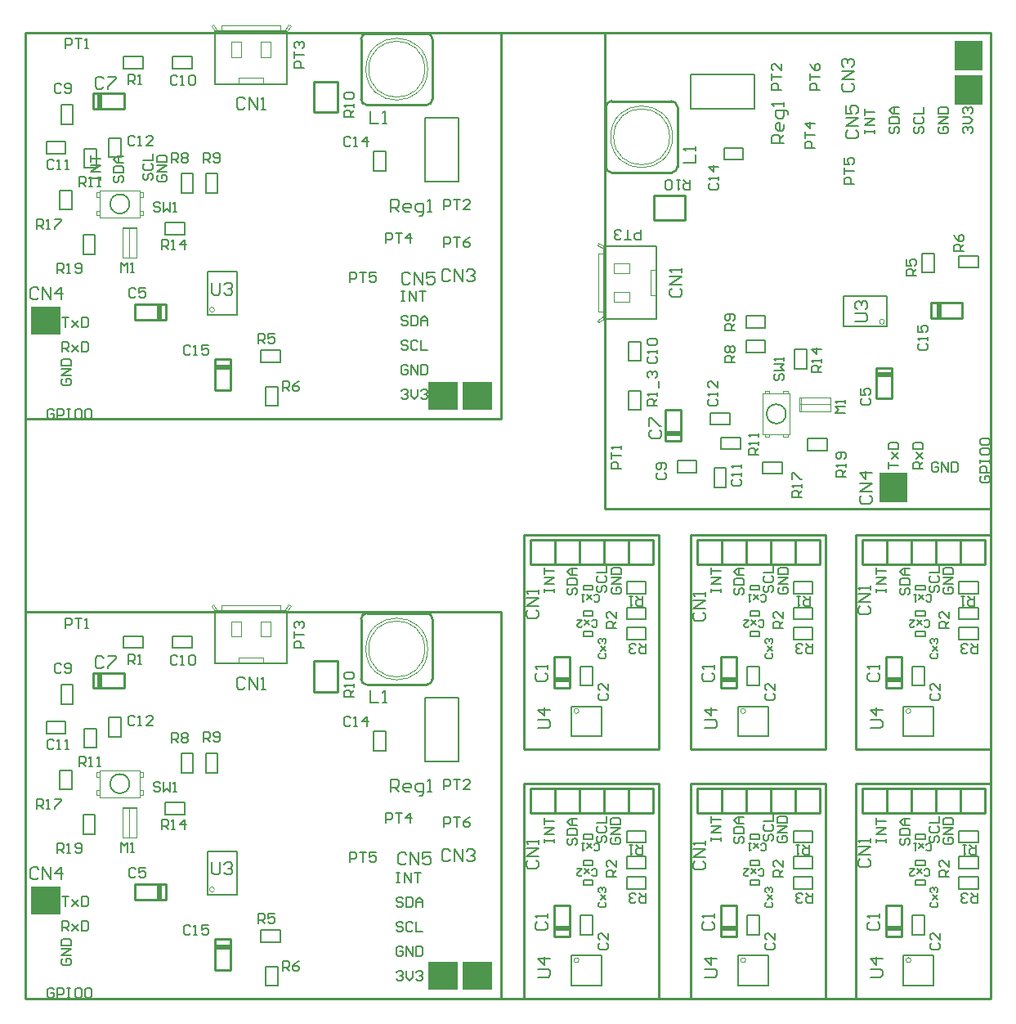
<source format=gto>
%FSLAX25Y25*%
%MOIN*%
G70*
G01*
G75*
%ADD10R,0.01772X0.06299*%
%ADD11R,0.06299X0.13386*%
%ADD12R,0.01654X0.05512*%
%ADD13R,0.05512X0.07087*%
%ADD14R,0.05000X0.03500*%
%ADD15R,0.09000X0.15000*%
%ADD16R,0.08465X0.05000*%
%ADD17R,0.15000X0.28000*%
%ADD18R,0.07874X0.15748*%
%ADD19R,0.05906X0.15748*%
%ADD20R,0.06600X0.01700*%
%ADD21R,0.07087X0.05512*%
%ADD22R,0.11024X0.07874*%
%ADD23R,0.03300X0.03150*%
%ADD24R,0.04724X0.04724*%
%ADD25R,0.03937X0.05906*%
%ADD26R,0.05906X0.03937*%
%ADD27R,0.15748X0.07874*%
%ADD28R,0.03500X0.05000*%
%ADD29R,0.15748X0.05906*%
%ADD30R,0.07874X0.11024*%
%ADD31R,0.04724X0.04724*%
%ADD32R,0.05512X0.01654*%
%ADD33R,0.06299X0.01772*%
%ADD34R,0.13386X0.06299*%
%ADD35R,0.15000X0.09000*%
%ADD36R,0.05000X0.08465*%
%ADD37R,0.28000X0.15000*%
%ADD38C,0.04000*%
%ADD39C,0.01800*%
%ADD40C,0.02000*%
%ADD41C,0.01500*%
%ADD42C,0.02500*%
%ADD43C,0.03000*%
%ADD44C,0.01000*%
%ADD45C,0.05000*%
%ADD46R,0.27700X0.02100*%
%ADD47R,0.01900X0.03800*%
%ADD48R,0.35700X0.03400*%
%ADD49R,0.02100X0.27700*%
%ADD50R,0.03800X0.01900*%
%ADD51R,0.03400X0.35700*%
%ADD52R,0.08200X0.15600*%
%ADD53R,0.05512X0.07874*%
%ADD54R,0.05118X0.07874*%
%ADD55C,0.07874*%
%ADD56C,0.07087*%
%ADD57R,0.07874X0.05512*%
%ADD58R,0.07874X0.05118*%
%ADD59C,0.15800*%
%ADD60C,0.03937*%
%ADD61C,0.04000*%
%ADD62C,0.05000*%
%ADD63C,0.06000*%
%ADD64R,0.26000X0.28400*%
%ADD65R,0.03000X0.10000*%
%ADD66R,0.10000X0.20000*%
%ADD67R,0.09449X0.04724*%
%ADD68R,0.04724X0.11024*%
%ADD69R,0.09843X0.14961*%
%ADD70R,0.14961X0.09843*%
%ADD71R,0.20000X0.10000*%
%ADD72R,0.10000X0.03000*%
%ADD73R,0.04724X0.09449*%
%ADD74R,0.11024X0.04724*%
%ADD75R,0.28400X0.26000*%
%ADD76C,0.03500*%
%ADD77R,0.21028X0.12517*%
%ADD78R,0.12517X0.21028*%
%ADD79R,0.20200X0.15600*%
%ADD80C,0.00200*%
%ADD81C,0.00394*%
%ADD82C,0.00591*%
%ADD83C,0.00787*%
%ADD84C,0.00500*%
%ADD85C,0.00050*%
%ADD86C,0.00800*%
%ADD87R,0.02300X0.06299*%
%ADD88R,0.12100X0.11300*%
%ADD89R,0.06299X0.02100*%
%ADD90R,0.06299X0.02300*%
%ADD91R,0.02100X0.06299*%
%ADD92R,0.11300X0.12100*%
D44*
X139228Y393267D02*
G03*
X136866Y390905I0J-2362D01*
G01*
X166000Y390905D02*
G03*
X163638Y393267I-2362J0D01*
G01*
Y364133D02*
G03*
X166000Y366495I0J2362D01*
G01*
X136866Y366495D02*
G03*
X139228Y364133I2362J0D01*
G01*
X236733Y338928D02*
G03*
X239095Y336566I2362J0D01*
G01*
X239095Y365700D02*
G03*
X236733Y363338I0J-2362D01*
G01*
X265867D02*
G03*
X263505Y365700I-2362J0D01*
G01*
X263505Y336566D02*
G03*
X265867Y338928I0J2362D01*
G01*
X139228Y156967D02*
G03*
X136866Y154605I0J-2362D01*
G01*
X166000Y154605D02*
G03*
X163638Y156967I-2362J0D01*
G01*
Y127833D02*
G03*
X166000Y130195I0J2362D01*
G01*
X136866Y130195D02*
G03*
X139228Y127833I2362J0D01*
G01*
X40279Y362701D02*
Y369000D01*
X27681Y362701D02*
X40279D01*
X27681D02*
Y369000D01*
X40279D01*
X136866Y366495D02*
Y390905D01*
X139228Y393267D02*
X163638D01*
X166000Y366495D02*
Y390905D01*
X139228Y364133D02*
X163638D01*
X351200Y75500D02*
Y85500D01*
X341200Y75500D02*
X391200D01*
X341200D02*
Y85500D01*
X391200D01*
Y75500D02*
Y85500D01*
X381200Y75500D02*
Y85500D01*
X371200Y75500D02*
Y85500D01*
X361200Y75500D02*
Y85400D01*
X83700Y248021D02*
Y260619D01*
X77401D02*
X83700D01*
X77401Y248021D02*
Y260619D01*
Y248021D02*
X83700D01*
X117600Y373705D02*
X127443D01*
Y361106D02*
Y373705D01*
X117600Y361106D02*
X127443D01*
X117600D02*
Y373705D01*
X351000Y126681D02*
Y139279D01*
Y126681D02*
X357299D01*
Y139279D01*
X351000D02*
X357299D01*
X351200Y177000D02*
Y187000D01*
X341200Y177000D02*
X391200D01*
X341200D02*
Y187000D01*
X391200D01*
Y177000D02*
Y187000D01*
X381200Y177000D02*
Y187000D01*
X371200Y177000D02*
Y187000D01*
X361200Y177000D02*
Y186900D01*
X283600Y126681D02*
Y139279D01*
Y126681D02*
X289899D01*
Y139279D01*
X283600D02*
X289899D01*
X283800Y177000D02*
Y187000D01*
X273800Y177000D02*
X323800D01*
X273800D02*
Y187000D01*
X323800D01*
Y177000D02*
Y187000D01*
X313800Y177000D02*
Y187000D01*
X303800Y177000D02*
Y187000D01*
X293800Y177000D02*
Y186900D01*
X215600Y126681D02*
Y139279D01*
Y126681D02*
X221899D01*
Y139279D01*
X215600D02*
X221899D01*
X215800Y177000D02*
Y187000D01*
X205800Y177000D02*
X255800D01*
X205800D02*
Y187000D01*
X255800D01*
Y177000D02*
Y187000D01*
X245800Y177000D02*
Y187000D01*
X235800Y177000D02*
Y187000D01*
X225800Y177000D02*
Y186900D01*
X215800Y75500D02*
Y85500D01*
X205800Y75500D02*
X255800D01*
X205800D02*
Y85500D01*
X255800D01*
Y75500D02*
Y85500D01*
X245800Y75500D02*
Y85500D01*
X235800Y75500D02*
Y85500D01*
X225800Y75500D02*
Y85400D01*
X215600Y25181D02*
Y37780D01*
Y25181D02*
X221899D01*
Y37780D01*
X215600D02*
X221899D01*
X283800Y75500D02*
Y85500D01*
X273800Y75500D02*
X323800D01*
X273800D02*
Y85500D01*
X323800D01*
Y75500D02*
Y85500D01*
X313800Y75500D02*
Y85500D01*
X303800Y75500D02*
Y85500D01*
X293800Y75500D02*
Y85400D01*
X283600Y25181D02*
Y37780D01*
Y25181D02*
X289899D01*
Y37780D01*
X283600D02*
X289899D01*
X351000Y25181D02*
Y37780D01*
Y25181D02*
X357299D01*
Y37780D01*
X351000D02*
X357299D01*
X353400Y244421D02*
Y257019D01*
X347101D02*
X353400D01*
X347101Y244421D02*
Y257019D01*
Y244421D02*
X353400D01*
X261000Y239980D02*
X267299D01*
Y227381D02*
Y239980D01*
X261000Y227381D02*
X267299D01*
X261000D02*
Y239980D01*
X369381Y283400D02*
X381979D01*
X369381Y277101D02*
Y283400D01*
Y277101D02*
X381979D01*
Y283400D01*
X239095Y336566D02*
X263505D01*
X236733Y338928D02*
Y363338D01*
X239095Y365700D02*
X263505D01*
X265867Y338928D02*
Y363338D01*
X256295Y317300D02*
Y327143D01*
X268894D01*
Y317300D02*
Y327143D01*
X256295Y317300D02*
X268894D01*
X44721Y40300D02*
X57319D01*
Y46599D01*
X44721D02*
X57319D01*
X44721Y40300D02*
Y46599D01*
X40279Y126401D02*
Y132700D01*
X27681Y126401D02*
X40279D01*
X27681D02*
Y132700D01*
X40279D01*
X83700Y11721D02*
Y24319D01*
X77401D02*
X83700D01*
X77401Y11721D02*
Y24319D01*
Y11721D02*
X83700D01*
X136866Y130195D02*
Y154605D01*
X139228Y156967D02*
X163638D01*
X166000Y130195D02*
Y154605D01*
X139228Y127833D02*
X163638D01*
X117600Y137405D02*
X127443D01*
Y124806D02*
Y137405D01*
X117600Y124806D02*
X127443D01*
X117600D02*
Y137405D01*
X44721Y276600D02*
X57319D01*
Y282899D01*
X44721D02*
X57319D01*
X44721Y276600D02*
Y282899D01*
X0Y0D02*
Y393701D01*
Y0D02*
X393701D01*
Y393701D01*
X0D02*
X393701D01*
X194000Y236300D02*
Y393700D01*
X0D02*
X194000D01*
X0Y236300D02*
X194000D01*
X0D02*
Y393700D01*
X194000Y0D02*
Y157400D01*
X0D02*
X194000D01*
X0Y0D02*
X194000D01*
X0D02*
Y157400D01*
X236300Y393700D02*
X393700D01*
X236300Y199700D02*
Y393700D01*
X393700Y199700D02*
Y393700D01*
X236300Y199700D02*
X393700D01*
X338700Y0D02*
Y87500D01*
Y0D02*
X393700D01*
X338700Y87500D02*
X393700D01*
Y0D02*
Y87500D01*
X271300Y0D02*
Y87500D01*
Y0D02*
X326300D01*
X271300Y87500D02*
X326300D01*
Y0D02*
Y87500D01*
X203300Y0D02*
Y87500D01*
Y0D02*
X258300D01*
X203300Y87500D02*
X258300D01*
Y0D02*
Y87500D01*
Y101500D02*
Y189000D01*
X203300D02*
X258300D01*
X203300Y101500D02*
X258300D01*
X203300D02*
Y189000D01*
X326300Y101500D02*
Y189000D01*
X271300D02*
X326300D01*
X271300Y101500D02*
X326300D01*
X271300D02*
Y189000D01*
X393700Y101500D02*
Y189000D01*
X338700D02*
X393700D01*
X338700Y101500D02*
X393700D01*
X338700D02*
Y189000D01*
D80*
X77100Y280687D02*
G03*
X77100Y280687I-1000J0D01*
G01*
X361087Y15600D02*
G03*
X361087Y15600I-1000J0D01*
G01*
Y117100D02*
G03*
X361087Y117100I-1000J0D01*
G01*
X293687D02*
G03*
X293687Y117100I-1000J0D01*
G01*
X225687D02*
G03*
X225687Y117100I-1000J0D01*
G01*
Y15600D02*
G03*
X225687Y15600I-1000J0D01*
G01*
X293687D02*
G03*
X293687Y15600I-1000J0D01*
G01*
X350313Y275800D02*
G03*
X350313Y275800I-1000J0D01*
G01*
X77100Y44387D02*
G03*
X77100Y44387I-1000J0D01*
G01*
X45311Y301761D02*
Y314261D01*
X39681D02*
X45311D01*
X39681Y301761D02*
Y314261D01*
Y301761D02*
X45311D01*
X315739Y245011D02*
X328239D01*
X315739Y239381D02*
Y245011D01*
Y239381D02*
X328239D01*
Y245011D01*
X45311Y65461D02*
Y77961D01*
X39681D02*
X45311D01*
X39681Y65461D02*
Y77961D01*
Y65461D02*
X45311D01*
D81*
X164032Y378700D02*
G03*
X164032Y378700I-12598J0D01*
G01*
X162850D02*
G03*
X162850Y378700I-11417J0D01*
G01*
X263898Y351133D02*
G03*
X263898Y351133I-12598J0D01*
G01*
X262717D02*
G03*
X262717Y351133I-11417J0D01*
G01*
X164032Y142400D02*
G03*
X164032Y142400I-12598J0D01*
G01*
X162850D02*
G03*
X162850Y142400I-11417J0D01*
G01*
X95937Y383724D02*
X99874D01*
X95937D02*
Y390023D01*
X99874D01*
Y383724D02*
Y390023D01*
X76646Y396795D02*
X78400Y394078D01*
X105700D02*
X107354Y396795D01*
X75858Y396322D02*
X76646Y396795D01*
X107354D02*
X108142Y396322D01*
X75858D02*
X77236Y394078D01*
X80100D02*
Y396519D01*
X80189D02*
X103811D01*
Y394078D02*
Y396519D01*
X106764Y394078D02*
X108142Y396322D01*
X97118Y372700D02*
Y375062D01*
X86882D02*
X97118D01*
X86882Y372700D02*
Y375062D01*
X88063Y383724D02*
Y390023D01*
X84126D02*
X88063D01*
X84126Y383724D02*
Y390023D01*
Y383724D02*
X88063D01*
X46768Y318288D02*
Y329312D01*
X30232Y318288D02*
X46768D01*
X30232D02*
Y329312D01*
X46768D01*
X29051Y328524D02*
X30232D01*
X29051Y326556D02*
Y328524D01*
Y326556D02*
X30232D01*
X29051Y319076D02*
X30232D01*
X29051D02*
Y321044D01*
X30232D01*
X46768Y326556D02*
X47949D01*
Y328524D01*
X46768D02*
X47949D01*
X46768Y319076D02*
X47949D01*
Y321044D01*
X46768D02*
X47949D01*
X300688Y246468D02*
X311712D01*
Y229932D02*
Y246468D01*
X300688Y229932D02*
X311712D01*
X300688D02*
Y246468D01*
X301476Y228751D02*
Y229932D01*
Y228751D02*
X303444D01*
Y229932D01*
X310924Y228751D02*
Y229932D01*
X308956Y228751D02*
X310924D01*
X308956D02*
Y229932D01*
X303444Y246468D02*
Y247649D01*
X301476D02*
X303444D01*
X301476Y246468D02*
Y247649D01*
X310924Y246468D02*
Y247649D01*
X308956D02*
X310924D01*
X308956Y246468D02*
Y247649D01*
X246276Y295637D02*
Y299574D01*
X239977Y295637D02*
X246276D01*
X239977D02*
Y299574D01*
X246276D01*
X233206Y276346D02*
X235922Y278100D01*
X233206Y307054D02*
X235922Y305400D01*
X233206Y276346D02*
X233678Y275558D01*
X233206Y307054D02*
X233678Y307842D01*
Y275558D02*
X235922Y276936D01*
X233481Y279800D02*
X235922D01*
X233481Y279889D02*
Y303511D01*
X235922D01*
X233678Y307842D02*
X235922Y306464D01*
X254938Y296818D02*
X257300D01*
X254938Y286582D02*
Y296818D01*
Y286582D02*
X257300D01*
X239977Y287763D02*
X246276D01*
X239977Y283826D02*
Y287763D01*
Y283826D02*
X246276D01*
Y287763D01*
X46768Y81988D02*
Y93012D01*
X30232Y81988D02*
X46768D01*
X30232D02*
Y93012D01*
X46768D01*
X29051Y92224D02*
X30232D01*
X29051Y90256D02*
Y92224D01*
Y90256D02*
X30232D01*
X29051Y82776D02*
X30232D01*
X29051D02*
Y84744D01*
X30232D01*
X46768Y90256D02*
X47949D01*
Y92224D01*
X46768D02*
X47949D01*
X46768Y82776D02*
X47949D01*
Y84744D01*
X46768D02*
X47949D01*
X95937Y147424D02*
X99874D01*
X95937D02*
Y153723D01*
X99874D01*
Y147424D02*
Y153723D01*
X76646Y160494D02*
X78400Y157778D01*
X105700D02*
X107354Y160494D01*
X75858Y160022D02*
X76646Y160494D01*
X107354D02*
X108142Y160022D01*
X75858D02*
X77236Y157778D01*
X80100D02*
Y160219D01*
X80189D02*
X103811D01*
Y157778D02*
Y160219D01*
X106764Y157778D02*
X108142Y160022D01*
X97118Y136400D02*
Y138762D01*
X86882D02*
X97118D01*
X86882Y136400D02*
Y138762D01*
X88063Y147424D02*
Y153723D01*
X84126D02*
X88063D01*
X84126Y147424D02*
Y153723D01*
Y147424D02*
X88063D01*
D82*
X42429Y323800D02*
G03*
X42429Y323800I-3929J0D01*
G01*
X310129Y238200D02*
G03*
X310129Y238200I-3929J0D01*
G01*
X42429Y87500D02*
G03*
X42429Y87500I-3929J0D01*
G01*
D83*
X77236Y372700D02*
X106764D01*
X77236D02*
Y394078D01*
X106764Y372700D02*
Y394078D01*
X77236D02*
X106764D01*
X176791Y332808D02*
Y358792D01*
X162815D02*
X176791D01*
X162815Y332808D02*
Y358792D01*
Y332808D02*
X176791D01*
X257300Y276936D02*
Y306464D01*
X235922Y276936D02*
X257300D01*
X235922Y306464D02*
X257300D01*
X235922Y276936D02*
Y306464D01*
X271208Y376491D02*
X297192D01*
X271208Y362515D02*
Y376491D01*
Y362515D02*
X297192D01*
Y376491D01*
X77236Y136400D02*
X106764D01*
X77236D02*
Y157778D01*
X106764Y136400D02*
Y157778D01*
X77236D02*
X106764D01*
X176791Y96508D02*
Y122492D01*
X162815D02*
X176791D01*
X162815Y96508D02*
Y122492D01*
Y96508D02*
X176791D01*
D84*
X74200Y278556D02*
X86400D01*
X74200D02*
Y296272D01*
X86400Y278556D02*
Y296272D01*
X74200D02*
X86400D01*
X358087Y5300D02*
Y17500D01*
X370287D01*
X358087Y5300D02*
X370287D01*
Y17500D01*
X362869Y64916D02*
Y66884D01*
X366806D01*
Y64916D02*
Y66884D01*
X362869Y64916D02*
X366806D01*
X362869Y166416D02*
Y168384D01*
X366806D01*
Y166416D02*
Y168384D01*
X362869Y166416D02*
X366806D01*
X362869Y155889D02*
Y157858D01*
X366806D01*
Y155889D02*
Y157858D01*
X362869Y155889D02*
X366806D01*
X362869Y147616D02*
Y149584D01*
X366806D01*
Y147616D02*
Y149584D01*
X362869Y147616D02*
X366806D01*
X380600Y164939D02*
X388474D01*
Y169861D01*
X380600D02*
X388474D01*
X380600Y164939D02*
Y169861D01*
Y154439D02*
X388474D01*
Y159361D01*
X380600D02*
X388474D01*
X380600Y154439D02*
Y159361D01*
Y146139D02*
X388474D01*
Y151061D01*
X380600D02*
X388474D01*
X380600Y146139D02*
Y151061D01*
X358087Y106800D02*
Y119000D01*
X370287D01*
X358087Y106800D02*
X370287D01*
Y119000D01*
X366661Y127500D02*
Y135374D01*
X361739D02*
X366661D01*
X361739Y127500D02*
Y135374D01*
Y127500D02*
X366661D01*
X295469Y166416D02*
Y168384D01*
X299406D01*
Y166416D02*
Y168384D01*
X295469Y166416D02*
X299406D01*
X295469Y155889D02*
Y157858D01*
X299406D01*
Y155889D02*
Y157858D01*
X295469Y155889D02*
X299406D01*
X295469Y147616D02*
Y149584D01*
X299406D01*
Y147616D02*
Y149584D01*
X295469Y147616D02*
X299406D01*
X313200Y164939D02*
X321074D01*
Y169861D01*
X313200D02*
X321074D01*
X313200Y164939D02*
Y169861D01*
Y154439D02*
X321074D01*
Y159361D01*
X313200D02*
X321074D01*
X313200Y154439D02*
Y159361D01*
Y146139D02*
X321074D01*
Y151061D01*
X313200D02*
X321074D01*
X313200Y146139D02*
Y151061D01*
X290687Y106800D02*
Y119000D01*
X302887D01*
X290687Y106800D02*
X302887D01*
Y119000D01*
X299261Y127500D02*
Y135374D01*
X294339D02*
X299261D01*
X294339Y127500D02*
Y135374D01*
Y127500D02*
X299261D01*
X227469Y166416D02*
Y168384D01*
X231406D01*
Y166416D02*
Y168384D01*
X227469Y166416D02*
X231406D01*
X227469Y155889D02*
Y157858D01*
X231406D01*
Y155889D02*
Y157858D01*
X227469Y155889D02*
X231406D01*
X227469Y147616D02*
Y149584D01*
X231406D01*
Y147616D02*
Y149584D01*
X227469Y147616D02*
X231406D01*
X245200Y164939D02*
X253074D01*
Y169861D01*
X245200D02*
X253074D01*
X245200Y164939D02*
Y169861D01*
Y154439D02*
X253074D01*
Y159361D01*
X245200D02*
X253074D01*
X245200Y154439D02*
Y159361D01*
Y146139D02*
X253074D01*
Y151061D01*
X245200D02*
X253074D01*
X245200Y146139D02*
Y151061D01*
X222687Y106800D02*
Y119000D01*
X234887D01*
X222687Y106800D02*
X234887D01*
Y119000D01*
X231261Y127500D02*
Y135374D01*
X226339D02*
X231261D01*
X226339Y127500D02*
Y135374D01*
Y127500D02*
X231261D01*
Y26000D02*
Y33874D01*
X226339D02*
X231261D01*
X226339Y26000D02*
Y33874D01*
Y26000D02*
X231261D01*
X222687Y5300D02*
Y17500D01*
X234887D01*
X222687Y5300D02*
X234887D01*
Y17500D01*
X245200Y44639D02*
X253074D01*
Y49561D01*
X245200D02*
X253074D01*
X245200Y44639D02*
Y49561D01*
Y52939D02*
X253074D01*
Y57861D01*
X245200D02*
X253074D01*
X245200Y52939D02*
Y57861D01*
Y63439D02*
X253074D01*
Y68361D01*
X245200D02*
X253074D01*
X245200Y63439D02*
Y68361D01*
X227469Y46116D02*
Y48084D01*
X231406D01*
Y46116D02*
Y48084D01*
X227469Y46116D02*
X231406D01*
X227469Y54389D02*
Y56358D01*
X231406D01*
Y54389D02*
Y56358D01*
X227469Y54389D02*
X231406D01*
X227469Y64916D02*
Y66884D01*
X231406D01*
Y64916D02*
Y66884D01*
X227469Y64916D02*
X231406D01*
X299261Y26000D02*
Y33874D01*
X294339D02*
X299261D01*
X294339Y26000D02*
Y33874D01*
Y26000D02*
X299261D01*
X290687Y5300D02*
Y17500D01*
X302887D01*
X290687Y5300D02*
X302887D01*
Y17500D01*
X313200Y44639D02*
X321074D01*
Y49561D01*
X313200D02*
X321074D01*
X313200Y44639D02*
Y49561D01*
Y52939D02*
X321074D01*
Y57861D01*
X313200D02*
X321074D01*
X313200Y52939D02*
Y57861D01*
Y63439D02*
X321074D01*
Y68361D01*
X313200D02*
X321074D01*
X313200Y63439D02*
Y68361D01*
X295469Y46116D02*
Y48084D01*
X299406D01*
Y46116D02*
Y48084D01*
X295469Y46116D02*
X299406D01*
X295469Y54389D02*
Y56358D01*
X299406D01*
Y54389D02*
Y56358D01*
X295469Y54389D02*
X299406D01*
X295469Y64916D02*
Y66884D01*
X299406D01*
Y64916D02*
Y66884D01*
X295469Y64916D02*
X299406D01*
X366661Y26000D02*
Y33874D01*
X361739D02*
X366661D01*
X361739Y26000D02*
Y33874D01*
Y26000D02*
X366661D01*
X380600Y44639D02*
X388474D01*
Y49561D01*
X380600D02*
X388474D01*
X380600Y44639D02*
Y49561D01*
Y52939D02*
X388474D01*
Y57861D01*
X380600D02*
X388474D01*
X380600Y52939D02*
Y57861D01*
Y63439D02*
X388474D01*
Y68361D01*
X380600D02*
X388474D01*
X380600Y63439D02*
Y68361D01*
X362869Y46116D02*
Y48084D01*
X366806D01*
Y46116D02*
Y48084D01*
X362869Y46116D02*
X366806D01*
X362869Y54389D02*
Y56358D01*
X366806D01*
Y54389D02*
Y56358D01*
X362869Y54389D02*
X366806D01*
X265826Y219161D02*
X273700D01*
X265826Y214239D02*
Y219161D01*
Y214239D02*
X273700D01*
Y219161D01*
X250961Y259800D02*
Y267674D01*
X246039D02*
X250961D01*
X246039Y259800D02*
Y267674D01*
Y259800D02*
X250961D01*
X285761Y208200D02*
Y216074D01*
X280839D02*
X285761D01*
X280839Y208200D02*
Y216074D01*
Y208200D02*
X285761D01*
X279300Y233739D02*
X287174D01*
Y238661D01*
X279300D02*
X287174D01*
X279300Y233739D02*
Y238661D01*
X250961Y239800D02*
Y247674D01*
X246039D02*
X250961D01*
X246039Y239800D02*
Y247674D01*
Y239800D02*
X250961D01*
X365739Y295826D02*
Y303700D01*
Y295826D02*
X370661D01*
Y303700D01*
X365739D02*
X370661D01*
X380700Y297739D02*
X388574D01*
Y302661D01*
X380700D02*
X388574D01*
X380700Y297739D02*
Y302661D01*
X293800Y263239D02*
X301674D01*
Y268161D01*
X293800D02*
X301674D01*
X293800Y263239D02*
Y268161D01*
Y273239D02*
X301674D01*
Y278161D01*
X293800D02*
X301674D01*
X293800Y273239D02*
Y278161D01*
X283700Y223739D02*
X291574D01*
Y228661D01*
X283700D02*
X291574D01*
X283700Y223739D02*
Y228661D01*
X318661Y256700D02*
Y264574D01*
X313739D02*
X318661D01*
X313739Y256700D02*
Y264574D01*
Y256700D02*
X318661D01*
X300700Y213739D02*
X308574D01*
Y218661D01*
X300700D02*
X308574D01*
X300700Y213739D02*
Y218661D01*
X318926Y228161D02*
X326800D01*
X318926Y223239D02*
Y228161D01*
Y223239D02*
X326800D01*
Y228161D01*
X351444Y273900D02*
Y286100D01*
X333728Y273900D02*
X351444D01*
X333728Y286100D02*
X351444D01*
X333728Y273900D02*
Y286100D01*
X292700Y341739D02*
Y346661D01*
X284826Y341739D02*
X292700D01*
X284826D02*
Y346661D01*
X292700D01*
X19461Y120000D02*
Y127874D01*
X14539D02*
X19461D01*
X14539Y120000D02*
Y127874D01*
Y120000D02*
X19461D01*
X60100Y142739D02*
X67974D01*
Y147661D01*
X60100D02*
X67974D01*
X60100Y142739D02*
Y147661D01*
X8500Y107939D02*
X16374D01*
Y112861D01*
X8500D02*
X16374D01*
X8500Y107939D02*
Y112861D01*
X34039Y106526D02*
Y114400D01*
Y106526D02*
X38961D01*
Y114400D01*
X34039D02*
X38961D01*
X40100Y142739D02*
X47974D01*
Y147661D01*
X40100D02*
X47974D01*
X40100Y142739D02*
Y147661D01*
X96126Y27961D02*
X104000D01*
X96126Y23039D02*
Y27961D01*
Y23039D02*
X104000D01*
Y27961D01*
X98039Y5126D02*
Y13000D01*
Y5126D02*
X102961D01*
Y13000D01*
X98039D02*
X102961D01*
X63539Y92026D02*
Y99900D01*
Y92026D02*
X68461D01*
Y99900D01*
X63539D02*
X68461D01*
X73539Y92026D02*
Y99900D01*
Y92026D02*
X78461D01*
Y99900D01*
X73539D02*
X78461D01*
X24039Y102126D02*
Y110000D01*
Y102126D02*
X28961D01*
Y110000D01*
X24039D02*
X28961D01*
X57000Y75039D02*
X64874D01*
Y79961D01*
X57000D02*
X64874D01*
X57000Y75039D02*
Y79961D01*
X14039Y85126D02*
Y93000D01*
Y85126D02*
X18961D01*
Y93000D01*
X14039D02*
X18961D01*
X28461Y66900D02*
Y74774D01*
X23539D02*
X28461D01*
X23539Y66900D02*
Y74774D01*
Y66900D02*
X28461D01*
X74200Y42256D02*
X86400D01*
X74200D02*
Y59972D01*
X86400Y42256D02*
Y59972D01*
X74200D02*
X86400D01*
X142039Y101000D02*
X146961D01*
X142039D02*
Y108874D01*
X146961D01*
Y101000D02*
Y108874D01*
X19461Y356300D02*
Y364174D01*
X14539D02*
X19461D01*
X14539Y356300D02*
Y364174D01*
Y356300D02*
X19461D01*
X60100Y379039D02*
X67974D01*
Y383961D01*
X60100D02*
X67974D01*
X60100Y379039D02*
Y383961D01*
X8500Y344239D02*
X16374D01*
Y349161D01*
X8500D02*
X16374D01*
X8500Y344239D02*
Y349161D01*
X34039Y342826D02*
Y350700D01*
Y342826D02*
X38961D01*
Y350700D01*
X34039D02*
X38961D01*
X40100Y379039D02*
X47974D01*
Y383961D01*
X40100D02*
X47974D01*
X40100Y379039D02*
Y383961D01*
X96126Y264261D02*
X104000D01*
X96126Y259339D02*
Y264261D01*
Y259339D02*
X104000D01*
Y264261D01*
X98039Y241426D02*
Y249300D01*
Y241426D02*
X102961D01*
Y249300D01*
X98039D02*
X102961D01*
X63539Y328326D02*
Y336200D01*
Y328326D02*
X68461D01*
Y336200D01*
X63539D02*
X68461D01*
X73539Y328326D02*
Y336200D01*
Y328326D02*
X78461D01*
Y336200D01*
X73539D02*
X78461D01*
X24039Y338426D02*
Y346300D01*
Y338426D02*
X28961D01*
Y346300D01*
X24039D02*
X28961D01*
X57000Y311339D02*
X64874D01*
Y316261D01*
X57000D02*
X64874D01*
X57000Y311339D02*
Y316261D01*
X14039Y321426D02*
Y329300D01*
Y321426D02*
X18961D01*
Y329300D01*
X14039D02*
X18961D01*
X28461Y303200D02*
Y311074D01*
X23539D02*
X28461D01*
X23539Y303200D02*
Y311074D01*
Y303200D02*
X28461D01*
X142039Y337300D02*
X146961D01*
X142039D02*
Y345174D01*
X146961D01*
Y337300D02*
Y345174D01*
X132466Y350632D02*
X131799Y351299D01*
X130466D01*
X129800Y350632D01*
Y347966D01*
X130466Y347300D01*
X131799D01*
X132466Y347966D01*
X133799Y347300D02*
X135132D01*
X134465D01*
Y351299D01*
X133799Y350632D01*
X139130Y347300D02*
Y351299D01*
X137131Y349299D01*
X139797D01*
X54866Y323932D02*
X54199Y324599D01*
X52866D01*
X52200Y323932D01*
Y323266D01*
X52866Y322599D01*
X54199D01*
X54866Y321933D01*
Y321266D01*
X54199Y320600D01*
X52866D01*
X52200Y321266D01*
X56199Y324599D02*
Y320600D01*
X57532Y321933D01*
X58864Y320600D01*
Y324599D01*
X60197Y320600D02*
X61530D01*
X60864D01*
Y324599D01*
X60197Y323932D01*
X12900Y295500D02*
Y299499D01*
X14899D01*
X15566Y298832D01*
Y297499D01*
X14899Y296833D01*
X12900D01*
X14233D02*
X15566Y295500D01*
X16899D02*
X18232D01*
X17565D01*
Y299499D01*
X16899Y298832D01*
X20231Y296166D02*
X20897Y295500D01*
X22230D01*
X22897Y296166D01*
Y298832D01*
X22230Y299499D01*
X20897D01*
X20231Y298832D01*
Y298166D01*
X20897Y297499D01*
X22897D01*
X4600Y313400D02*
Y317399D01*
X6599D01*
X7266Y316732D01*
Y315399D01*
X6599Y314733D01*
X4600D01*
X5933D02*
X7266Y313400D01*
X8599D02*
X9932D01*
X9265D01*
Y317399D01*
X8599Y316732D01*
X11931Y317399D02*
X14597D01*
Y316732D01*
X11931Y314066D01*
Y313400D01*
X55500Y305300D02*
Y309299D01*
X57499D01*
X58166Y308632D01*
Y307299D01*
X57499Y306633D01*
X55500D01*
X56833D02*
X58166Y305300D01*
X59499D02*
X60832D01*
X60165D01*
Y309299D01*
X59499Y308632D01*
X64830Y305300D02*
Y309299D01*
X62831Y307299D01*
X65497D01*
X22000Y330900D02*
Y334899D01*
X23999D01*
X24666Y334232D01*
Y332899D01*
X23999Y332233D01*
X22000D01*
X23333D02*
X24666Y330900D01*
X25999D02*
X27332D01*
X26665D01*
Y334899D01*
X25999Y334232D01*
X29331Y330900D02*
X30664D01*
X29997D01*
Y334899D01*
X29331Y334232D01*
X133800Y359100D02*
X129801D01*
Y361099D01*
X130468Y361766D01*
X131801D01*
X132467Y361099D01*
Y359100D01*
Y360433D02*
X133800Y361766D01*
Y363099D02*
Y364432D01*
Y363765D01*
X129801D01*
X130468Y363099D01*
Y366431D02*
X129801Y367097D01*
Y368430D01*
X130468Y369097D01*
X133133D01*
X133800Y368430D01*
Y367097D01*
X133133Y366431D01*
X130468D01*
X72600Y340700D02*
Y344699D01*
X74599D01*
X75266Y344032D01*
Y342699D01*
X74599Y342033D01*
X72600D01*
X73933D02*
X75266Y340700D01*
X76599Y341366D02*
X77265Y340700D01*
X78598D01*
X79264Y341366D01*
Y344032D01*
X78598Y344699D01*
X77265D01*
X76599Y344032D01*
Y343366D01*
X77265Y342699D01*
X79264D01*
X59600Y340600D02*
Y344599D01*
X61599D01*
X62266Y343932D01*
Y342599D01*
X61599Y341933D01*
X59600D01*
X60933D02*
X62266Y340600D01*
X63599Y343932D02*
X64265Y344599D01*
X65598D01*
X66264Y343932D01*
Y343266D01*
X65598Y342599D01*
X66264Y341933D01*
Y341266D01*
X65598Y340600D01*
X64265D01*
X63599Y341266D01*
Y341933D01*
X64265Y342599D01*
X63599Y343266D01*
Y343932D01*
X64265Y342599D02*
X65598D01*
X105000Y247400D02*
Y251399D01*
X106999D01*
X107666Y250732D01*
Y249399D01*
X106999Y248733D01*
X105000D01*
X106333D02*
X107666Y247400D01*
X111664Y251399D02*
X110332Y250732D01*
X108999Y249399D01*
Y248066D01*
X109665Y247400D01*
X110998D01*
X111664Y248066D01*
Y248733D01*
X110998Y249399D01*
X108999D01*
X95000Y266800D02*
Y270799D01*
X96999D01*
X97666Y270132D01*
Y268799D01*
X96999Y268133D01*
X95000D01*
X96333D02*
X97666Y266800D01*
X101664Y270799D02*
X98999D01*
Y268799D01*
X100332Y269466D01*
X100998D01*
X101664Y268799D01*
Y267466D01*
X100998Y266800D01*
X99665D01*
X98999Y267466D01*
X42000Y372400D02*
Y376399D01*
X43999D01*
X44666Y375732D01*
Y374399D01*
X43999Y373733D01*
X42000D01*
X43333D02*
X44666Y372400D01*
X45999D02*
X47332D01*
X46665D01*
Y376399D01*
X45999Y375732D01*
X170500Y306200D02*
Y310199D01*
X172499D01*
X173166Y309532D01*
Y308199D01*
X172499Y307533D01*
X170500D01*
X174499Y310199D02*
X177164D01*
X175832D01*
Y306200D01*
X181163Y310199D02*
X179830Y309532D01*
X178497Y308199D01*
Y306866D01*
X179164Y306200D01*
X180497D01*
X181163Y306866D01*
Y307533D01*
X180497Y308199D01*
X178497D01*
X132200Y291900D02*
Y295899D01*
X134199D01*
X134866Y295232D01*
Y293899D01*
X134199Y293233D01*
X132200D01*
X136199Y295899D02*
X138865D01*
X137532D01*
Y291900D01*
X142863Y295899D02*
X140197D01*
Y293899D01*
X141530Y294566D01*
X142197D01*
X142863Y293899D01*
Y292566D01*
X142197Y291900D01*
X140864D01*
X140197Y292566D01*
X147000Y307900D02*
Y311899D01*
X148999D01*
X149666Y311232D01*
Y309899D01*
X148999Y309233D01*
X147000D01*
X150999Y311899D02*
X153665D01*
X152332D01*
Y307900D01*
X156997D02*
Y311899D01*
X154997Y309899D01*
X157663D01*
X113600Y379100D02*
X109601D01*
Y381099D01*
X110268Y381766D01*
X111601D01*
X112267Y381099D01*
Y379100D01*
X109601Y383099D02*
Y385765D01*
Y384432D01*
X113600D01*
X110268Y387097D02*
X109601Y387764D01*
Y389097D01*
X110268Y389763D01*
X110934D01*
X111601Y389097D01*
Y388430D01*
Y389097D01*
X112267Y389763D01*
X112934D01*
X113600Y389097D01*
Y387764D01*
X112934Y387097D01*
X170500Y321600D02*
Y325599D01*
X172499D01*
X173166Y324932D01*
Y323599D01*
X172499Y322933D01*
X170500D01*
X174499Y325599D02*
X177164D01*
X175832D01*
Y321600D01*
X181163D02*
X178497D01*
X181163Y324266D01*
Y324932D01*
X180497Y325599D01*
X179164D01*
X178497Y324932D01*
X16300Y387200D02*
Y391199D01*
X18299D01*
X18966Y390532D01*
Y389199D01*
X18299Y388533D01*
X16300D01*
X20299Y391199D02*
X22964D01*
X21632D01*
Y387200D01*
X24297D02*
X25630D01*
X24964D01*
Y391199D01*
X24297Y390532D01*
X38800Y295800D02*
Y299799D01*
X40133Y298466D01*
X41466Y299799D01*
Y295800D01*
X42799D02*
X44132D01*
X43465D01*
Y299799D01*
X42799Y299132D01*
X67166Y265532D02*
X66499Y266199D01*
X65166D01*
X64500Y265532D01*
Y262866D01*
X65166Y262200D01*
X66499D01*
X67166Y262866D01*
X68499Y262200D02*
X69832D01*
X69165D01*
Y266199D01*
X68499Y265532D01*
X74497Y266199D02*
X71831D01*
Y264199D01*
X73164Y264866D01*
X73830D01*
X74497Y264199D01*
Y262866D01*
X73830Y262200D01*
X72497D01*
X71831Y262866D01*
X44466Y350932D02*
X43799Y351599D01*
X42466D01*
X41800Y350932D01*
Y348266D01*
X42466Y347600D01*
X43799D01*
X44466Y348266D01*
X45799Y347600D02*
X47132D01*
X46465D01*
Y351599D01*
X45799Y350932D01*
X51797Y347600D02*
X49131D01*
X51797Y350266D01*
Y350932D01*
X51130Y351599D01*
X49797D01*
X49131Y350932D01*
X11766Y341332D02*
X11099Y341999D01*
X9766D01*
X9100Y341332D01*
Y338666D01*
X9766Y338000D01*
X11099D01*
X11766Y338666D01*
X13099Y338000D02*
X14432D01*
X13765D01*
Y341999D01*
X13099Y341332D01*
X16431Y338000D02*
X17764D01*
X17097D01*
Y341999D01*
X16431Y341332D01*
X61966Y375632D02*
X61299Y376299D01*
X59966D01*
X59300Y375632D01*
Y372966D01*
X59966Y372300D01*
X61299D01*
X61966Y372966D01*
X63299Y372300D02*
X64632D01*
X63965D01*
Y376299D01*
X63299Y375632D01*
X66631D02*
X67297Y376299D01*
X68630D01*
X69297Y375632D01*
Y372966D01*
X68630Y372300D01*
X67297D01*
X66631Y372966D01*
Y375632D01*
X14666Y372132D02*
X13999Y372799D01*
X12666D01*
X12000Y372132D01*
Y369466D01*
X12666Y368800D01*
X13999D01*
X14666Y369466D01*
X15999D02*
X16665Y368800D01*
X17998D01*
X18665Y369466D01*
Y372132D01*
X17998Y372799D01*
X16665D01*
X15999Y372132D01*
Y371466D01*
X16665Y370799D01*
X18665D01*
X31932Y374865D02*
X31099Y375698D01*
X29433D01*
X28600Y374865D01*
Y371533D01*
X29433Y370700D01*
X31099D01*
X31932Y371533D01*
X33598Y375698D02*
X36931D01*
Y374865D01*
X33598Y371533D01*
Y370700D01*
X44966Y288732D02*
X44299Y289399D01*
X42966D01*
X42300Y288732D01*
Y286066D01*
X42966Y285400D01*
X44299D01*
X44966Y286066D01*
X48965Y289399D02*
X46299D01*
Y287399D01*
X47632Y288066D01*
X48298D01*
X48965Y287399D01*
Y286066D01*
X48298Y285400D01*
X46965D01*
X46299Y286066D01*
X132466Y114332D02*
X131799Y114999D01*
X130466D01*
X129800Y114332D01*
Y111667D01*
X130466Y111000D01*
X131799D01*
X132466Y111667D01*
X133799Y111000D02*
X135132D01*
X134465D01*
Y114999D01*
X133799Y114332D01*
X139130Y111000D02*
Y114999D01*
X137131Y112999D01*
X139797D01*
X54866Y87632D02*
X54199Y88299D01*
X52866D01*
X52200Y87632D01*
Y86966D01*
X52866Y86299D01*
X54199D01*
X54866Y85633D01*
Y84966D01*
X54199Y84300D01*
X52866D01*
X52200Y84966D01*
X56199Y88299D02*
Y84300D01*
X57532Y85633D01*
X58864Y84300D01*
Y88299D01*
X60197Y84300D02*
X61530D01*
X60864D01*
Y88299D01*
X60197Y87632D01*
X12900Y59200D02*
Y63199D01*
X14899D01*
X15566Y62532D01*
Y61199D01*
X14899Y60533D01*
X12900D01*
X14233D02*
X15566Y59200D01*
X16899D02*
X18232D01*
X17565D01*
Y63199D01*
X16899Y62532D01*
X20231Y59866D02*
X20897Y59200D01*
X22230D01*
X22897Y59866D01*
Y62532D01*
X22230Y63199D01*
X20897D01*
X20231Y62532D01*
Y61866D01*
X20897Y61199D01*
X22897D01*
X4600Y77100D02*
Y81099D01*
X6599D01*
X7266Y80432D01*
Y79099D01*
X6599Y78433D01*
X4600D01*
X5933D02*
X7266Y77100D01*
X8599D02*
X9932D01*
X9265D01*
Y81099D01*
X8599Y80432D01*
X11931Y81099D02*
X14597D01*
Y80432D01*
X11931Y77766D01*
Y77100D01*
X55500Y69000D02*
Y72999D01*
X57499D01*
X58166Y72332D01*
Y70999D01*
X57499Y70333D01*
X55500D01*
X56833D02*
X58166Y69000D01*
X59499D02*
X60832D01*
X60165D01*
Y72999D01*
X59499Y72332D01*
X64830Y69000D02*
Y72999D01*
X62831Y70999D01*
X65497D01*
X22000Y94600D02*
Y98599D01*
X23999D01*
X24666Y97932D01*
Y96599D01*
X23999Y95933D01*
X22000D01*
X23333D02*
X24666Y94600D01*
X25999D02*
X27332D01*
X26665D01*
Y98599D01*
X25999Y97932D01*
X29331Y94600D02*
X30664D01*
X29997D01*
Y98599D01*
X29331Y97932D01*
X133800Y122800D02*
X129801D01*
Y124799D01*
X130468Y125466D01*
X131801D01*
X132467Y124799D01*
Y122800D01*
Y124133D02*
X133800Y125466D01*
Y126799D02*
Y128132D01*
Y127465D01*
X129801D01*
X130468Y126799D01*
Y130131D02*
X129801Y130797D01*
Y132130D01*
X130468Y132797D01*
X133133D01*
X133800Y132130D01*
Y130797D01*
X133133Y130131D01*
X130468D01*
X72600Y104400D02*
Y108399D01*
X74599D01*
X75266Y107732D01*
Y106399D01*
X74599Y105733D01*
X72600D01*
X73933D02*
X75266Y104400D01*
X76599Y105067D02*
X77265Y104400D01*
X78598D01*
X79264Y105067D01*
Y107732D01*
X78598Y108399D01*
X77265D01*
X76599Y107732D01*
Y107066D01*
X77265Y106399D01*
X79264D01*
X59600Y104300D02*
Y108299D01*
X61599D01*
X62266Y107632D01*
Y106299D01*
X61599Y105633D01*
X59600D01*
X60933D02*
X62266Y104300D01*
X63599Y107632D02*
X64265Y108299D01*
X65598D01*
X66264Y107632D01*
Y106966D01*
X65598Y106299D01*
X66264Y105633D01*
Y104966D01*
X65598Y104300D01*
X64265D01*
X63599Y104966D01*
Y105633D01*
X64265Y106299D01*
X63599Y106966D01*
Y107632D01*
X64265Y106299D02*
X65598D01*
X105000Y11100D02*
Y15099D01*
X106999D01*
X107666Y14432D01*
Y13099D01*
X106999Y12433D01*
X105000D01*
X106333D02*
X107666Y11100D01*
X111664Y15099D02*
X110332Y14432D01*
X108999Y13099D01*
Y11767D01*
X109665Y11100D01*
X110998D01*
X111664Y11767D01*
Y12433D01*
X110998Y13099D01*
X108999D01*
X95000Y30500D02*
Y34499D01*
X96999D01*
X97666Y33832D01*
Y32499D01*
X96999Y31833D01*
X95000D01*
X96333D02*
X97666Y30500D01*
X101664Y34499D02*
X98999D01*
Y32499D01*
X100332Y33166D01*
X100998D01*
X101664Y32499D01*
Y31166D01*
X100998Y30500D01*
X99665D01*
X98999Y31166D01*
X42000Y136100D02*
Y140099D01*
X43999D01*
X44666Y139432D01*
Y138099D01*
X43999Y137433D01*
X42000D01*
X43333D02*
X44666Y136100D01*
X45999D02*
X47332D01*
X46665D01*
Y140099D01*
X45999Y139432D01*
X170500Y69900D02*
Y73899D01*
X172499D01*
X173166Y73232D01*
Y71899D01*
X172499Y71233D01*
X170500D01*
X174499Y73899D02*
X177164D01*
X175832D01*
Y69900D01*
X181163Y73899D02*
X179830Y73232D01*
X178497Y71899D01*
Y70566D01*
X179164Y69900D01*
X180497D01*
X181163Y70566D01*
Y71233D01*
X180497Y71899D01*
X178497D01*
X132200Y55600D02*
Y59599D01*
X134199D01*
X134866Y58932D01*
Y57599D01*
X134199Y56933D01*
X132200D01*
X136199Y59599D02*
X138865D01*
X137532D01*
Y55600D01*
X142863Y59599D02*
X140197D01*
Y57599D01*
X141530Y58266D01*
X142197D01*
X142863Y57599D01*
Y56266D01*
X142197Y55600D01*
X140864D01*
X140197Y56266D01*
X147000Y71600D02*
Y75599D01*
X148999D01*
X149666Y74932D01*
Y73599D01*
X148999Y72933D01*
X147000D01*
X150999Y75599D02*
X153665D01*
X152332D01*
Y71600D01*
X156997D02*
Y75599D01*
X154997Y73599D01*
X157663D01*
X113600Y142800D02*
X109601D01*
Y144799D01*
X110268Y145466D01*
X111601D01*
X112267Y144799D01*
Y142800D01*
X109601Y146799D02*
Y149464D01*
Y148132D01*
X113600D01*
X110268Y150797D02*
X109601Y151464D01*
Y152797D01*
X110268Y153463D01*
X110934D01*
X111601Y152797D01*
Y152130D01*
Y152797D01*
X112267Y153463D01*
X112934D01*
X113600Y152797D01*
Y151464D01*
X112934Y150797D01*
X170500Y85300D02*
Y89299D01*
X172499D01*
X173166Y88632D01*
Y87299D01*
X172499Y86633D01*
X170500D01*
X174499Y89299D02*
X177164D01*
X175832D01*
Y85300D01*
X181163D02*
X178497D01*
X181163Y87966D01*
Y88632D01*
X180497Y89299D01*
X179164D01*
X178497Y88632D01*
X16300Y150900D02*
Y154899D01*
X18299D01*
X18966Y154232D01*
Y152899D01*
X18299Y152233D01*
X16300D01*
X20299Y154899D02*
X22964D01*
X21632D01*
Y150900D01*
X24297D02*
X25630D01*
X24964D01*
Y154899D01*
X24297Y154232D01*
X38800Y59500D02*
Y63499D01*
X40133Y62166D01*
X41466Y63499D01*
Y59500D01*
X42799D02*
X44132D01*
X43465D01*
Y63499D01*
X42799Y62832D01*
X67166Y29232D02*
X66499Y29899D01*
X65166D01*
X64500Y29232D01*
Y26566D01*
X65166Y25900D01*
X66499D01*
X67166Y26566D01*
X68499Y25900D02*
X69832D01*
X69165D01*
Y29899D01*
X68499Y29232D01*
X74497Y29899D02*
X71831D01*
Y27899D01*
X73164Y28566D01*
X73830D01*
X74497Y27899D01*
Y26566D01*
X73830Y25900D01*
X72497D01*
X71831Y26566D01*
X44466Y114632D02*
X43799Y115299D01*
X42466D01*
X41800Y114632D01*
Y111967D01*
X42466Y111300D01*
X43799D01*
X44466Y111967D01*
X45799Y111300D02*
X47132D01*
X46465D01*
Y115299D01*
X45799Y114632D01*
X51797Y111300D02*
X49131D01*
X51797Y113966D01*
Y114632D01*
X51130Y115299D01*
X49797D01*
X49131Y114632D01*
X11766Y105032D02*
X11099Y105699D01*
X9766D01*
X9100Y105032D01*
Y102366D01*
X9766Y101700D01*
X11099D01*
X11766Y102366D01*
X13099Y101700D02*
X14432D01*
X13765D01*
Y105699D01*
X13099Y105032D01*
X16431Y101700D02*
X17764D01*
X17097D01*
Y105699D01*
X16431Y105032D01*
X61966Y139332D02*
X61299Y139999D01*
X59966D01*
X59300Y139332D01*
Y136667D01*
X59966Y136000D01*
X61299D01*
X61966Y136667D01*
X63299Y136000D02*
X64632D01*
X63965D01*
Y139999D01*
X63299Y139332D01*
X66631D02*
X67297Y139999D01*
X68630D01*
X69297Y139332D01*
Y136667D01*
X68630Y136000D01*
X67297D01*
X66631Y136667D01*
Y139332D01*
X14666Y135832D02*
X13999Y136499D01*
X12666D01*
X12000Y135832D01*
Y133167D01*
X12666Y132500D01*
X13999D01*
X14666Y133167D01*
X15999D02*
X16665Y132500D01*
X17998D01*
X18665Y133167D01*
Y135832D01*
X17998Y136499D01*
X16665D01*
X15999Y135832D01*
Y135166D01*
X16665Y134499D01*
X18665D01*
X31932Y138565D02*
X31099Y139398D01*
X29433D01*
X28600Y138565D01*
Y135233D01*
X29433Y134400D01*
X31099D01*
X31932Y135233D01*
X33598Y139398D02*
X36931D01*
Y138565D01*
X33598Y135233D01*
Y134400D01*
X44966Y52432D02*
X44299Y53099D01*
X42966D01*
X42300Y52432D01*
Y49766D01*
X42966Y49100D01*
X44299D01*
X44966Y49766D01*
X48965Y53099D02*
X46299D01*
Y51099D01*
X47632Y51766D01*
X48298D01*
X48965Y51099D01*
Y49766D01*
X48298Y49100D01*
X46965D01*
X46299Y49766D01*
X279368Y332166D02*
X278701Y331499D01*
Y330166D01*
X279368Y329500D01*
X282034D01*
X282700Y330166D01*
Y331499D01*
X282034Y332166D01*
X282700Y333499D02*
Y334832D01*
Y334165D01*
X278701D01*
X279368Y333499D01*
X282700Y338830D02*
X278701D01*
X280701Y336831D01*
Y339497D01*
X306068Y254566D02*
X305401Y253899D01*
Y252566D01*
X306068Y251900D01*
X306734D01*
X307401Y252566D01*
Y253899D01*
X308067Y254566D01*
X308734D01*
X309400Y253899D01*
Y252566D01*
X308734Y251900D01*
X305401Y255899D02*
X309400D01*
X308067Y257232D01*
X309400Y258564D01*
X305401D01*
X309400Y259897D02*
Y261230D01*
Y260564D01*
X305401D01*
X306068Y259897D01*
X334500Y212600D02*
X330501D01*
Y214599D01*
X331168Y215266D01*
X332501D01*
X333167Y214599D01*
Y212600D01*
Y213933D02*
X334500Y215266D01*
Y216599D02*
Y217932D01*
Y217265D01*
X330501D01*
X331168Y216599D01*
X333834Y219931D02*
X334500Y220597D01*
Y221930D01*
X333834Y222597D01*
X331168D01*
X330501Y221930D01*
Y220597D01*
X331168Y219931D01*
X331834D01*
X332501Y220597D01*
Y222597D01*
X316600Y204300D02*
X312601D01*
Y206299D01*
X313268Y206966D01*
X314601D01*
X315267Y206299D01*
Y204300D01*
Y205633D02*
X316600Y206966D01*
Y208299D02*
Y209632D01*
Y208965D01*
X312601D01*
X313268Y208299D01*
X312601Y211631D02*
Y214297D01*
X313268D01*
X315934Y211631D01*
X316600D01*
X324700Y255200D02*
X320701D01*
Y257199D01*
X321368Y257866D01*
X322701D01*
X323367Y257199D01*
Y255200D01*
Y256533D02*
X324700Y257866D01*
Y259199D02*
Y260532D01*
Y259865D01*
X320701D01*
X321368Y259199D01*
X324700Y264530D02*
X320701D01*
X322701Y262531D01*
Y265197D01*
X299100Y221700D02*
X295101D01*
Y223699D01*
X295768Y224366D01*
X297101D01*
X297767Y223699D01*
Y221700D01*
Y223033D02*
X299100Y224366D01*
Y225699D02*
Y227032D01*
Y226365D01*
X295101D01*
X295768Y225699D01*
X299100Y229031D02*
Y230364D01*
Y229697D01*
X295101D01*
X295768Y229031D01*
X270900Y333500D02*
Y329501D01*
X268901D01*
X268234Y330168D01*
Y331501D01*
X268901Y332167D01*
X270900D01*
X269567D02*
X268234Y333500D01*
X266901D02*
X265568D01*
X266235D01*
Y329501D01*
X266901Y330168D01*
X263569D02*
X262903Y329501D01*
X261570D01*
X260903Y330168D01*
Y332834D01*
X261570Y333500D01*
X262903D01*
X263569Y332834D01*
Y330168D01*
X289300Y272300D02*
X285301D01*
Y274299D01*
X285968Y274966D01*
X287301D01*
X287967Y274299D01*
Y272300D01*
Y273633D02*
X289300Y274966D01*
X288634Y276299D02*
X289300Y276965D01*
Y278298D01*
X288634Y278964D01*
X285968D01*
X285301Y278298D01*
Y276965D01*
X285968Y276299D01*
X286634D01*
X287301Y276965D01*
Y278964D01*
X289400Y259300D02*
X285401D01*
Y261299D01*
X286068Y261966D01*
X287401D01*
X288067Y261299D01*
Y259300D01*
Y260633D02*
X289400Y261966D01*
X286068Y263299D02*
X285401Y263965D01*
Y265298D01*
X286068Y265965D01*
X286734D01*
X287401Y265298D01*
X288067Y265965D01*
X288734D01*
X289400Y265298D01*
Y263965D01*
X288734Y263299D01*
X288067D01*
X287401Y263965D01*
X286734Y263299D01*
X286068D01*
X287401Y263965D02*
Y265298D01*
X382600Y304700D02*
X378601D01*
Y306699D01*
X379268Y307366D01*
X380601D01*
X381267Y306699D01*
Y304700D01*
Y306033D02*
X382600Y307366D01*
X378601Y311365D02*
X379268Y310032D01*
X380601Y308699D01*
X381934D01*
X382600Y309365D01*
Y310698D01*
X381934Y311365D01*
X381267D01*
X380601Y310698D01*
Y308699D01*
X363200Y294700D02*
X359201D01*
Y296699D01*
X359868Y297366D01*
X361201D01*
X361867Y296699D01*
Y294700D01*
Y296033D02*
X363200Y297366D01*
X359201Y301364D02*
Y298699D01*
X361201D01*
X360534Y300032D01*
Y300698D01*
X361201Y301364D01*
X362534D01*
X363200Y300698D01*
Y299365D01*
X362534Y298699D01*
X257600Y241700D02*
X253601D01*
Y243699D01*
X254268Y244366D01*
X255601D01*
X256267Y243699D01*
Y241700D01*
Y243033D02*
X257600Y244366D01*
Y245699D02*
Y247032D01*
Y246365D01*
X253601D01*
X254268Y245699D01*
X258266Y249031D02*
Y251697D01*
X254268Y253030D02*
X253601Y253696D01*
Y255029D01*
X254268Y255696D01*
X254934D01*
X255601Y255029D01*
Y254363D01*
Y255029D01*
X256267Y255696D01*
X256934D01*
X257600Y255029D01*
Y253696D01*
X256934Y253030D01*
X323800Y370200D02*
X319801D01*
Y372199D01*
X320468Y372866D01*
X321801D01*
X322467Y372199D01*
Y370200D01*
X319801Y374199D02*
Y376865D01*
Y375532D01*
X323800D01*
X319801Y380863D02*
X320468Y379530D01*
X321801Y378197D01*
X323134D01*
X323800Y378864D01*
Y380197D01*
X323134Y380863D01*
X322467D01*
X321801Y380197D01*
Y378197D01*
X338100Y331900D02*
X334101D01*
Y333899D01*
X334768Y334566D01*
X336101D01*
X336767Y333899D01*
Y331900D01*
X334101Y335899D02*
Y338564D01*
Y337232D01*
X338100D01*
X334101Y342563D02*
Y339897D01*
X336101D01*
X335434Y341230D01*
Y341897D01*
X336101Y342563D01*
X337434D01*
X338100Y341897D01*
Y340564D01*
X337434Y339897D01*
X322100Y346700D02*
X318101D01*
Y348699D01*
X318768Y349366D01*
X320101D01*
X320767Y348699D01*
Y346700D01*
X318101Y350699D02*
Y353364D01*
Y352032D01*
X322100D01*
Y356697D02*
X318101D01*
X320101Y354697D01*
Y357363D01*
X250900Y313300D02*
Y309301D01*
X248901D01*
X248234Y309968D01*
Y311301D01*
X248901Y311967D01*
X250900D01*
X246901Y309301D02*
X244235D01*
X245568D01*
Y313300D01*
X242903Y309968D02*
X242236Y309301D01*
X240903D01*
X240237Y309968D01*
Y310634D01*
X240903Y311301D01*
X241570D01*
X240903D01*
X240237Y311967D01*
Y312634D01*
X240903Y313300D01*
X242236D01*
X242903Y312634D01*
X308400Y370200D02*
X304401D01*
Y372199D01*
X305068Y372866D01*
X306401D01*
X307067Y372199D01*
Y370200D01*
X304401Y374199D02*
Y376865D01*
Y375532D01*
X308400D01*
Y380863D02*
Y378197D01*
X305734Y380863D01*
X305068D01*
X304401Y380197D01*
Y378864D01*
X305068Y378197D01*
X242800Y216000D02*
X238801D01*
Y217999D01*
X239468Y218666D01*
X240801D01*
X241467Y217999D01*
Y216000D01*
X238801Y219999D02*
Y222664D01*
Y221332D01*
X242800D01*
Y223997D02*
Y225330D01*
Y224664D01*
X238801D01*
X239468Y223997D01*
X334200Y238500D02*
X330201D01*
X331534Y239833D01*
X330201Y241166D01*
X334200D01*
Y242499D02*
Y243832D01*
Y243165D01*
X330201D01*
X330868Y242499D01*
X364468Y266866D02*
X363801Y266199D01*
Y264866D01*
X364468Y264200D01*
X367134D01*
X367800Y264866D01*
Y266199D01*
X367134Y266866D01*
X367800Y268199D02*
Y269532D01*
Y268865D01*
X363801D01*
X364468Y268199D01*
X363801Y274197D02*
Y271531D01*
X365801D01*
X365134Y272864D01*
Y273530D01*
X365801Y274197D01*
X367134D01*
X367800Y273530D01*
Y272197D01*
X367134Y271531D01*
X279068Y244166D02*
X278401Y243499D01*
Y242166D01*
X279068Y241500D01*
X281734D01*
X282400Y242166D01*
Y243499D01*
X281734Y244166D01*
X282400Y245499D02*
Y246832D01*
Y246165D01*
X278401D01*
X279068Y245499D01*
X282400Y251497D02*
Y248831D01*
X279734Y251497D01*
X279068D01*
X278401Y250830D01*
Y249497D01*
X279068Y248831D01*
X288668Y211466D02*
X288001Y210799D01*
Y209466D01*
X288668Y208800D01*
X291334D01*
X292000Y209466D01*
Y210799D01*
X291334Y211466D01*
X292000Y212799D02*
Y214132D01*
Y213465D01*
X288001D01*
X288668Y212799D01*
X292000Y216131D02*
Y217464D01*
Y216797D01*
X288001D01*
X288668Y216131D01*
X254368Y261666D02*
X253701Y260999D01*
Y259666D01*
X254368Y259000D01*
X257034D01*
X257700Y259666D01*
Y260999D01*
X257034Y261666D01*
X257700Y262999D02*
Y264332D01*
Y263665D01*
X253701D01*
X254368Y262999D01*
Y266331D02*
X253701Y266997D01*
Y268330D01*
X254368Y268997D01*
X257034D01*
X257700Y268330D01*
Y266997D01*
X257034Y266331D01*
X254368D01*
X257868Y214366D02*
X257201Y213699D01*
Y212366D01*
X257868Y211700D01*
X260534D01*
X261200Y212366D01*
Y213699D01*
X260534Y214366D01*
Y215699D02*
X261200Y216365D01*
Y217698D01*
X260534Y218365D01*
X257868D01*
X257201Y217698D01*
Y216365D01*
X257868Y215699D01*
X258534D01*
X259201Y216365D01*
Y218365D01*
X255135Y231632D02*
X254302Y230799D01*
Y229133D01*
X255135Y228300D01*
X258467D01*
X259300Y229133D01*
Y230799D01*
X258467Y231632D01*
X254302Y233298D02*
Y236631D01*
X255135D01*
X258467Y233298D01*
X259300D01*
X341268Y244666D02*
X340601Y243999D01*
Y242666D01*
X341268Y242000D01*
X343934D01*
X344600Y242666D01*
Y243999D01*
X343934Y244666D01*
X340601Y248664D02*
Y245999D01*
X342601D01*
X341934Y247332D01*
Y247998D01*
X342601Y248664D01*
X343934D01*
X344600Y247998D01*
Y246665D01*
X343934Y245999D01*
X367307Y60701D02*
X367807Y60201D01*
X368807D01*
X369306Y60701D01*
Y62700D01*
X368807Y63200D01*
X367807D01*
X367307Y62700D01*
X366307Y61201D02*
X364308Y63200D01*
X365308Y62200D01*
X364308Y61201D01*
X366307Y63200D01*
X363308D02*
X362309D01*
X362808D01*
Y60201D01*
X363308Y60701D01*
X366507Y50301D02*
X367007Y49801D01*
X368006D01*
X368506Y50301D01*
Y52300D01*
X368006Y52800D01*
X367007D01*
X366507Y52300D01*
X365507Y50801D02*
X363508Y52800D01*
X364508Y51800D01*
X363508Y50801D01*
X365507Y52800D01*
X360509D02*
X362508D01*
X360509Y50801D01*
Y50301D01*
X361009Y49801D01*
X362008D01*
X362508Y50301D01*
X369601Y39099D02*
X369101Y38600D01*
Y37600D01*
X369601Y37100D01*
X371600D01*
X372100Y37600D01*
Y38600D01*
X371600Y39099D01*
X370101Y40099D02*
X372100Y42098D01*
X371100Y41099D01*
X370101Y42098D01*
X372100Y40099D01*
X369601Y43098D02*
X369101Y43598D01*
Y44598D01*
X369601Y45097D01*
X370101D01*
X370601Y44598D01*
Y44098D01*
Y44598D01*
X371100Y45097D01*
X371600D01*
X372100Y44598D01*
Y43598D01*
X371600Y43098D01*
X387500Y62500D02*
Y58501D01*
X385501D01*
X384834Y59168D01*
Y60501D01*
X385501Y61167D01*
X387500D01*
X386167D02*
X384834Y62500D01*
X383501D02*
X382168D01*
X382835D01*
Y58501D01*
X383501Y59168D01*
X376500Y49500D02*
X372501D01*
Y51499D01*
X373168Y52166D01*
X374501D01*
X375167Y51499D01*
Y49500D01*
Y50833D02*
X376500Y52166D01*
Y56164D02*
Y53499D01*
X373834Y56164D01*
X373168D01*
X372501Y55498D01*
Y54165D01*
X373168Y53499D01*
X388200Y43000D02*
Y39001D01*
X386201D01*
X385534Y39668D01*
Y41001D01*
X386201Y41667D01*
X388200D01*
X386867D02*
X385534Y43000D01*
X384201Y39668D02*
X383535Y39001D01*
X382202D01*
X381536Y39668D01*
Y40334D01*
X382202Y41001D01*
X382868D01*
X382202D01*
X381536Y41667D01*
Y42334D01*
X382202Y43000D01*
X383535D01*
X384201Y42334D01*
X369568Y22666D02*
X368901Y21999D01*
Y20666D01*
X369568Y20000D01*
X372234D01*
X372900Y20666D01*
Y21999D01*
X372234Y22666D01*
X372900Y26665D02*
Y23999D01*
X370234Y26665D01*
X369568D01*
X368901Y25998D01*
Y24665D01*
X369568Y23999D01*
X299907Y60701D02*
X300407Y60201D01*
X301407D01*
X301906Y60701D01*
Y62700D01*
X301407Y63200D01*
X300407D01*
X299907Y62700D01*
X298907Y61201D02*
X296908Y63200D01*
X297908Y62200D01*
X296908Y61201D01*
X298907Y63200D01*
X295908D02*
X294909D01*
X295408D01*
Y60201D01*
X295908Y60701D01*
X299107Y50301D02*
X299607Y49801D01*
X300606D01*
X301106Y50301D01*
Y52300D01*
X300606Y52800D01*
X299607D01*
X299107Y52300D01*
X298107Y50801D02*
X296108Y52800D01*
X297108Y51800D01*
X296108Y50801D01*
X298107Y52800D01*
X293109D02*
X295108D01*
X293109Y50801D01*
Y50301D01*
X293609Y49801D01*
X294608D01*
X295108Y50301D01*
X302201Y39099D02*
X301701Y38600D01*
Y37600D01*
X302201Y37100D01*
X304200D01*
X304700Y37600D01*
Y38600D01*
X304200Y39099D01*
X302701Y40099D02*
X304700Y42098D01*
X303700Y41099D01*
X302701Y42098D01*
X304700Y40099D01*
X302201Y43098D02*
X301701Y43598D01*
Y44598D01*
X302201Y45097D01*
X302701D01*
X303201Y44598D01*
Y44098D01*
Y44598D01*
X303700Y45097D01*
X304200D01*
X304700Y44598D01*
Y43598D01*
X304200Y43098D01*
X319500Y62500D02*
Y58501D01*
X317501D01*
X316834Y59168D01*
Y60501D01*
X317501Y61167D01*
X319500D01*
X318167D02*
X316834Y62500D01*
X315501D02*
X314168D01*
X314835D01*
Y58501D01*
X315501Y59168D01*
X309100Y49500D02*
X305101D01*
Y51499D01*
X305768Y52166D01*
X307101D01*
X307767Y51499D01*
Y49500D01*
Y50833D02*
X309100Y52166D01*
Y56164D02*
Y53499D01*
X306434Y56164D01*
X305768D01*
X305101Y55498D01*
Y54165D01*
X305768Y53499D01*
X320800Y43000D02*
Y39001D01*
X318801D01*
X318134Y39668D01*
Y41001D01*
X318801Y41667D01*
X320800D01*
X319467D02*
X318134Y43000D01*
X316801Y39668D02*
X316135Y39001D01*
X314802D01*
X314136Y39668D01*
Y40334D01*
X314802Y41001D01*
X315468D01*
X314802D01*
X314136Y41667D01*
Y42334D01*
X314802Y43000D01*
X316135D01*
X316801Y42334D01*
X302168Y22666D02*
X301501Y21999D01*
Y20666D01*
X302168Y20000D01*
X304834D01*
X305500Y20666D01*
Y21999D01*
X304834Y22666D01*
X305500Y26665D02*
Y23999D01*
X302834Y26665D01*
X302168D01*
X301501Y25998D01*
Y24665D01*
X302168Y23999D01*
X231907Y60701D02*
X232407Y60201D01*
X233406D01*
X233906Y60701D01*
Y62700D01*
X233406Y63200D01*
X232407D01*
X231907Y62700D01*
X230907Y61201D02*
X228908Y63200D01*
X229908Y62200D01*
X228908Y61201D01*
X230907Y63200D01*
X227908D02*
X226909D01*
X227408D01*
Y60201D01*
X227908Y60701D01*
X231107Y50301D02*
X231607Y49801D01*
X232607D01*
X233106Y50301D01*
Y52300D01*
X232607Y52800D01*
X231607D01*
X231107Y52300D01*
X230107Y50801D02*
X228108Y52800D01*
X229108Y51800D01*
X228108Y50801D01*
X230107Y52800D01*
X225109D02*
X227108D01*
X225109Y50801D01*
Y50301D01*
X225609Y49801D01*
X226608D01*
X227108Y50301D01*
X234201Y39099D02*
X233701Y38600D01*
Y37600D01*
X234201Y37100D01*
X236200D01*
X236700Y37600D01*
Y38600D01*
X236200Y39099D01*
X234701Y40099D02*
X236700Y42098D01*
X235700Y41099D01*
X234701Y42098D01*
X236700Y40099D01*
X234201Y43098D02*
X233701Y43598D01*
Y44598D01*
X234201Y45097D01*
X234701D01*
X235201Y44598D01*
Y44098D01*
Y44598D01*
X235700Y45097D01*
X236200D01*
X236700Y44598D01*
Y43598D01*
X236200Y43098D01*
X251500Y62500D02*
Y58501D01*
X249501D01*
X248834Y59168D01*
Y60501D01*
X249501Y61167D01*
X251500D01*
X250167D02*
X248834Y62500D01*
X247501D02*
X246168D01*
X246835D01*
Y58501D01*
X247501Y59168D01*
X241100Y49500D02*
X237101D01*
Y51499D01*
X237768Y52166D01*
X239101D01*
X239767Y51499D01*
Y49500D01*
Y50833D02*
X241100Y52166D01*
Y56164D02*
Y53499D01*
X238434Y56164D01*
X237768D01*
X237101Y55498D01*
Y54165D01*
X237768Y53499D01*
X252800Y43000D02*
Y39001D01*
X250801D01*
X250134Y39668D01*
Y41001D01*
X250801Y41667D01*
X252800D01*
X251467D02*
X250134Y43000D01*
X248801Y39668D02*
X248135Y39001D01*
X246802D01*
X246135Y39668D01*
Y40334D01*
X246802Y41001D01*
X247468D01*
X246802D01*
X246135Y41667D01*
Y42334D01*
X246802Y43000D01*
X248135D01*
X248801Y42334D01*
X234168Y22666D02*
X233501Y21999D01*
Y20666D01*
X234168Y20000D01*
X236834D01*
X237500Y20666D01*
Y21999D01*
X236834Y22666D01*
X237500Y26665D02*
Y23999D01*
X234834Y26665D01*
X234168D01*
X233501Y25998D01*
Y24665D01*
X234168Y23999D01*
Y124166D02*
X233501Y123499D01*
Y122167D01*
X234168Y121500D01*
X236834D01*
X237500Y122167D01*
Y123499D01*
X236834Y124166D01*
X237500Y128165D02*
Y125499D01*
X234834Y128165D01*
X234168D01*
X233501Y127498D01*
Y126165D01*
X234168Y125499D01*
X252800Y144500D02*
Y140501D01*
X250801D01*
X250134Y141168D01*
Y142501D01*
X250801Y143167D01*
X252800D01*
X251467D02*
X250134Y144500D01*
X248801Y141168D02*
X248135Y140501D01*
X246802D01*
X246135Y141168D01*
Y141834D01*
X246802Y142501D01*
X247468D01*
X246802D01*
X246135Y143167D01*
Y143833D01*
X246802Y144500D01*
X248135D01*
X248801Y143833D01*
X241100Y151000D02*
X237101D01*
Y152999D01*
X237768Y153666D01*
X239101D01*
X239767Y152999D01*
Y151000D01*
Y152333D02*
X241100Y153666D01*
Y157665D02*
Y154999D01*
X238434Y157665D01*
X237768D01*
X237101Y156998D01*
Y155665D01*
X237768Y154999D01*
X251500Y164000D02*
Y160001D01*
X249501D01*
X248834Y160668D01*
Y162001D01*
X249501Y162667D01*
X251500D01*
X250167D02*
X248834Y164000D01*
X247501D02*
X246168D01*
X246835D01*
Y160001D01*
X247501Y160668D01*
X234201Y140599D02*
X233701Y140100D01*
Y139100D01*
X234201Y138600D01*
X236200D01*
X236700Y139100D01*
Y140100D01*
X236200Y140599D01*
X234701Y141599D02*
X236700Y143598D01*
X235700Y142599D01*
X234701Y143598D01*
X236700Y141599D01*
X234201Y144598D02*
X233701Y145098D01*
Y146098D01*
X234201Y146597D01*
X234701D01*
X235201Y146098D01*
Y145598D01*
Y146098D01*
X235700Y146597D01*
X236200D01*
X236700Y146098D01*
Y145098D01*
X236200Y144598D01*
X231107Y151801D02*
X231607Y151301D01*
X232607D01*
X233106Y151801D01*
Y153800D01*
X232607Y154300D01*
X231607D01*
X231107Y153800D01*
X230107Y152301D02*
X228108Y154300D01*
X229108Y153300D01*
X228108Y152301D01*
X230107Y154300D01*
X225109D02*
X227108D01*
X225109Y152301D01*
Y151801D01*
X225609Y151301D01*
X226608D01*
X227108Y151801D01*
X231907Y162201D02*
X232407Y161701D01*
X233406D01*
X233906Y162201D01*
Y164200D01*
X233406Y164700D01*
X232407D01*
X231907Y164200D01*
X230907Y162701D02*
X228908Y164700D01*
X229908Y163700D01*
X228908Y162701D01*
X230907Y164700D01*
X227908D02*
X226909D01*
X227408D01*
Y161701D01*
X227908Y162201D01*
X302168Y124166D02*
X301501Y123499D01*
Y122167D01*
X302168Y121500D01*
X304834D01*
X305500Y122167D01*
Y123499D01*
X304834Y124166D01*
X305500Y128165D02*
Y125499D01*
X302834Y128165D01*
X302168D01*
X301501Y127498D01*
Y126165D01*
X302168Y125499D01*
X320800Y144500D02*
Y140501D01*
X318801D01*
X318134Y141168D01*
Y142501D01*
X318801Y143167D01*
X320800D01*
X319467D02*
X318134Y144500D01*
X316801Y141168D02*
X316135Y140501D01*
X314802D01*
X314136Y141168D01*
Y141834D01*
X314802Y142501D01*
X315468D01*
X314802D01*
X314136Y143167D01*
Y143833D01*
X314802Y144500D01*
X316135D01*
X316801Y143833D01*
X309100Y151000D02*
X305101D01*
Y152999D01*
X305768Y153666D01*
X307101D01*
X307767Y152999D01*
Y151000D01*
Y152333D02*
X309100Y153666D01*
Y157665D02*
Y154999D01*
X306434Y157665D01*
X305768D01*
X305101Y156998D01*
Y155665D01*
X305768Y154999D01*
X320000Y164000D02*
Y160001D01*
X318001D01*
X317334Y160668D01*
Y162001D01*
X318001Y162667D01*
X320000D01*
X318667D02*
X317334Y164000D01*
X316001D02*
X314668D01*
X315335D01*
Y160001D01*
X316001Y160668D01*
X302201Y140599D02*
X301701Y140100D01*
Y139100D01*
X302201Y138600D01*
X304200D01*
X304700Y139100D01*
Y140100D01*
X304200Y140599D01*
X302701Y141599D02*
X304700Y143598D01*
X303700Y142599D01*
X302701Y143598D01*
X304700Y141599D01*
X302201Y144598D02*
X301701Y145098D01*
Y146098D01*
X302201Y146597D01*
X302701D01*
X303201Y146098D01*
Y145598D01*
Y146098D01*
X303700Y146597D01*
X304200D01*
X304700Y146098D01*
Y145098D01*
X304200Y144598D01*
X299107Y151801D02*
X299607Y151301D01*
X300606D01*
X301106Y151801D01*
Y153800D01*
X300606Y154300D01*
X299607D01*
X299107Y153800D01*
X298107Y152301D02*
X296108Y154300D01*
X297108Y153300D01*
X296108Y152301D01*
X298107Y154300D01*
X293109D02*
X295108D01*
X293109Y152301D01*
Y151801D01*
X293609Y151301D01*
X294608D01*
X295108Y151801D01*
X299907Y162201D02*
X300407Y161701D01*
X301407D01*
X301906Y162201D01*
Y164200D01*
X301407Y164700D01*
X300407D01*
X299907Y164200D01*
X298907Y162701D02*
X296908Y164700D01*
X297908Y163700D01*
X296908Y162701D01*
X298907Y164700D01*
X295908D02*
X294909D01*
X295408D01*
Y161701D01*
X295908Y162201D01*
X369568Y124166D02*
X368901Y123499D01*
Y122167D01*
X369568Y121500D01*
X372234D01*
X372900Y122167D01*
Y123499D01*
X372234Y124166D01*
X372900Y128165D02*
Y125499D01*
X370234Y128165D01*
X369568D01*
X368901Y127498D01*
Y126165D01*
X369568Y125499D01*
X388200Y144500D02*
Y140501D01*
X386201D01*
X385534Y141168D01*
Y142501D01*
X386201Y143167D01*
X388200D01*
X386867D02*
X385534Y144500D01*
X384201Y141168D02*
X383535Y140501D01*
X382202D01*
X381536Y141168D01*
Y141834D01*
X382202Y142501D01*
X382868D01*
X382202D01*
X381536Y143167D01*
Y143833D01*
X382202Y144500D01*
X383535D01*
X384201Y143833D01*
X376500Y151000D02*
X372501D01*
Y152999D01*
X373168Y153666D01*
X374501D01*
X375167Y152999D01*
Y151000D01*
Y152333D02*
X376500Y153666D01*
Y157665D02*
Y154999D01*
X373834Y157665D01*
X373168D01*
X372501Y156998D01*
Y155665D01*
X373168Y154999D01*
X387000Y164000D02*
Y160001D01*
X385001D01*
X384334Y160668D01*
Y162001D01*
X385001Y162667D01*
X387000D01*
X385667D02*
X384334Y164000D01*
X383001D02*
X381668D01*
X382335D01*
Y160001D01*
X383001Y160668D01*
X369601Y140599D02*
X369101Y140100D01*
Y139100D01*
X369601Y138600D01*
X371600D01*
X372100Y139100D01*
Y140100D01*
X371600Y140599D01*
X370101Y141599D02*
X372100Y143598D01*
X371100Y142599D01*
X370101Y143598D01*
X372100Y141599D01*
X369601Y144598D02*
X369101Y145098D01*
Y146098D01*
X369601Y146597D01*
X370101D01*
X370601Y146098D01*
Y145598D01*
Y146098D01*
X371100Y146597D01*
X371600D01*
X372100Y146098D01*
Y145098D01*
X371600Y144598D01*
X366507Y151801D02*
X367007Y151301D01*
X368006D01*
X368506Y151801D01*
Y153800D01*
X368006Y154300D01*
X367007D01*
X366507Y153800D01*
X365507Y152301D02*
X363508Y154300D01*
X364508Y153300D01*
X363508Y152301D01*
X365507Y154300D01*
X360509D02*
X362508D01*
X360509Y152301D01*
Y151801D01*
X361009Y151301D01*
X362008D01*
X362508Y151801D01*
X367307Y162201D02*
X367807Y161701D01*
X368807D01*
X369306Y162201D01*
Y164200D01*
X368807Y164700D01*
X367807D01*
X367307Y164200D01*
X366307Y162701D02*
X364308Y164700D01*
X365308Y163700D01*
X364308Y162701D01*
X366307Y164700D01*
X363308D02*
X362309D01*
X362808D01*
Y161701D01*
X363308Y162201D01*
X156066Y277432D02*
X155399Y278099D01*
X154067D01*
X153400Y277432D01*
Y276766D01*
X154067Y276099D01*
X155399D01*
X156066Y275433D01*
Y274766D01*
X155399Y274100D01*
X154067D01*
X153400Y274766D01*
X157399Y278099D02*
Y274100D01*
X159398D01*
X160064Y274766D01*
Y277432D01*
X159398Y278099D01*
X157399D01*
X161397Y274100D02*
Y276766D01*
X162730Y278099D01*
X164063Y276766D01*
Y274100D01*
Y276099D01*
X161397D01*
X156066Y267432D02*
X155399Y268099D01*
X154067D01*
X153400Y267432D01*
Y266766D01*
X154067Y266099D01*
X155399D01*
X156066Y265433D01*
Y264766D01*
X155399Y264100D01*
X154067D01*
X153400Y264766D01*
X160064Y267432D02*
X159398Y268099D01*
X158065D01*
X157399Y267432D01*
Y264766D01*
X158065Y264100D01*
X159398D01*
X160064Y264766D01*
X161397Y268099D02*
Y264100D01*
X164063D01*
X153400Y288099D02*
X154733D01*
X154067D01*
Y284100D01*
X153400D01*
X154733D01*
X156732D02*
Y288099D01*
X159398Y284100D01*
Y288099D01*
X160731D02*
X163397D01*
X162064D01*
Y284100D01*
X156066Y257432D02*
X155399Y258099D01*
X154067D01*
X153400Y257432D01*
Y254766D01*
X154067Y254100D01*
X155399D01*
X156066Y254766D01*
Y256099D01*
X154733D01*
X157399Y254100D02*
Y258099D01*
X160064Y254100D01*
Y258099D01*
X161397D02*
Y254100D01*
X163397D01*
X164063Y254766D01*
Y257432D01*
X163397Y258099D01*
X161397D01*
X153400Y247432D02*
X154067Y248099D01*
X155399D01*
X156066Y247432D01*
Y246766D01*
X155399Y246099D01*
X154733D01*
X155399D01*
X156066Y245433D01*
Y244766D01*
X155399Y244100D01*
X154067D01*
X153400Y244766D01*
X157399Y248099D02*
Y245433D01*
X158732Y244100D01*
X160064Y245433D01*
Y248099D01*
X161397Y247432D02*
X162064Y248099D01*
X163397D01*
X164063Y247432D01*
Y246766D01*
X163397Y246099D01*
X162730D01*
X163397D01*
X164063Y245433D01*
Y244766D01*
X163397Y244100D01*
X162064D01*
X161397Y244766D01*
X353068Y355066D02*
X352401Y354399D01*
Y353066D01*
X353068Y352400D01*
X353734D01*
X354401Y353066D01*
Y354399D01*
X355067Y355066D01*
X355734D01*
X356400Y354399D01*
Y353066D01*
X355734Y352400D01*
X352401Y356399D02*
X356400D01*
Y358398D01*
X355734Y359065D01*
X353068D01*
X352401Y358398D01*
Y356399D01*
X356400Y360397D02*
X353734D01*
X352401Y361730D01*
X353734Y363063D01*
X356400D01*
X354401D01*
Y360397D01*
X363068Y355066D02*
X362401Y354399D01*
Y353066D01*
X363068Y352400D01*
X363734D01*
X364401Y353066D01*
Y354399D01*
X365067Y355066D01*
X365734D01*
X366400Y354399D01*
Y353066D01*
X365734Y352400D01*
X363068Y359065D02*
X362401Y358398D01*
Y357065D01*
X363068Y356399D01*
X365734D01*
X366400Y357065D01*
Y358398D01*
X365734Y359065D01*
X362401Y360397D02*
X366400D01*
Y363063D01*
X342401Y352400D02*
Y353733D01*
Y353066D01*
X346400D01*
Y352400D01*
Y353733D01*
Y355732D02*
X342401D01*
X346400Y358398D01*
X342401D01*
Y359731D02*
Y362397D01*
Y361064D01*
X346400D01*
X373068Y355066D02*
X372401Y354399D01*
Y353066D01*
X373068Y352400D01*
X375734D01*
X376400Y353066D01*
Y354399D01*
X375734Y355066D01*
X374401D01*
Y353733D01*
X376400Y356399D02*
X372401D01*
X376400Y359065D01*
X372401D01*
Y360397D02*
X376400D01*
Y362397D01*
X375734Y363063D01*
X373068D01*
X372401Y362397D01*
Y360397D01*
X383068Y352400D02*
X382401Y353066D01*
Y354399D01*
X383068Y355066D01*
X383734D01*
X384401Y354399D01*
Y353733D01*
Y354399D01*
X385067Y355066D01*
X385734D01*
X386400Y354399D01*
Y353066D01*
X385734Y352400D01*
X382401Y356399D02*
X385067D01*
X386400Y357732D01*
X385067Y359065D01*
X382401D01*
X383068Y360397D02*
X382401Y361064D01*
Y362397D01*
X383068Y363063D01*
X383734D01*
X384401Y362397D01*
Y361730D01*
Y362397D01*
X385067Y363063D01*
X385734D01*
X386400Y362397D01*
Y361064D01*
X385734Y360397D01*
X154066Y40432D02*
X153399Y41099D01*
X152067D01*
X151400Y40432D01*
Y39766D01*
X152067Y39099D01*
X153399D01*
X154066Y38433D01*
Y37766D01*
X153399Y37100D01*
X152067D01*
X151400Y37766D01*
X155399Y41099D02*
Y37100D01*
X157398D01*
X158064Y37766D01*
Y40432D01*
X157398Y41099D01*
X155399D01*
X159397Y37100D02*
Y39766D01*
X160730Y41099D01*
X162063Y39766D01*
Y37100D01*
Y39099D01*
X159397D01*
X154066Y30432D02*
X153399Y31099D01*
X152067D01*
X151400Y30432D01*
Y29766D01*
X152067Y29099D01*
X153399D01*
X154066Y28433D01*
Y27766D01*
X153399Y27100D01*
X152067D01*
X151400Y27766D01*
X158064Y30432D02*
X157398Y31099D01*
X156065D01*
X155399Y30432D01*
Y27766D01*
X156065Y27100D01*
X157398D01*
X158064Y27766D01*
X159397Y31099D02*
Y27100D01*
X162063D01*
X151400Y51099D02*
X152733D01*
X152067D01*
Y47100D01*
X151400D01*
X152733D01*
X154732D02*
Y51099D01*
X157398Y47100D01*
Y51099D01*
X158731D02*
X161397D01*
X160064D01*
Y47100D01*
X154066Y20432D02*
X153399Y21099D01*
X152067D01*
X151400Y20432D01*
Y17766D01*
X152067Y17100D01*
X153399D01*
X154066Y17766D01*
Y19099D01*
X152733D01*
X155399Y17100D02*
Y21099D01*
X158064Y17100D01*
Y21099D01*
X159397D02*
Y17100D01*
X161397D01*
X162063Y17766D01*
Y20432D01*
X161397Y21099D01*
X159397D01*
X151400Y10432D02*
X152067Y11099D01*
X153399D01*
X154066Y10432D01*
Y9766D01*
X153399Y9099D01*
X152733D01*
X153399D01*
X154066Y8433D01*
Y7767D01*
X153399Y7100D01*
X152067D01*
X151400Y7767D01*
X155399Y11099D02*
Y8433D01*
X156732Y7100D01*
X158064Y8433D01*
Y11099D01*
X159397Y10432D02*
X160064Y11099D01*
X161397D01*
X162063Y10432D01*
Y9766D01*
X161397Y9099D01*
X160730D01*
X161397D01*
X162063Y8433D01*
Y7767D01*
X161397Y7100D01*
X160064D01*
X159397Y7767D01*
X15000Y277399D02*
X17666D01*
X16333D01*
Y273400D01*
X18999Y276066D02*
X21665Y273400D01*
X20332Y274733D01*
X21665Y276066D01*
X18999Y273400D01*
X22997Y277399D02*
Y273400D01*
X24997D01*
X25663Y274066D01*
Y276732D01*
X24997Y277399D01*
X22997D01*
X15000Y263400D02*
Y267399D01*
X16999D01*
X17666Y266732D01*
Y265399D01*
X16999Y264733D01*
X15000D01*
X16333D02*
X17666Y263400D01*
X18999Y266066D02*
X21665Y263400D01*
X20332Y264733D01*
X21665Y266066D01*
X18999Y263400D01*
X22997Y267399D02*
Y263400D01*
X24997D01*
X25663Y264066D01*
Y266732D01*
X24997Y267399D01*
X22997D01*
X11766Y239632D02*
X11099Y240299D01*
X9766D01*
X9100Y239632D01*
Y236966D01*
X9766Y236300D01*
X11099D01*
X11766Y236966D01*
Y238299D01*
X10433D01*
X13099Y236300D02*
Y240299D01*
X15098D01*
X15765Y239632D01*
Y238299D01*
X15098Y237633D01*
X13099D01*
X17097Y240299D02*
X18430D01*
X17764D01*
Y236300D01*
X17097D01*
X18430D01*
X22429Y240299D02*
X21096D01*
X20430Y239632D01*
Y236966D01*
X21096Y236300D01*
X22429D01*
X23096Y236966D01*
Y239632D01*
X22429Y240299D01*
X24428Y239632D02*
X25095Y240299D01*
X26428D01*
X27094Y239632D01*
Y236966D01*
X26428Y236300D01*
X25095D01*
X24428Y236966D01*
Y239632D01*
X15000Y41399D02*
X17666D01*
X16333D01*
Y37400D01*
X18999Y40066D02*
X21665Y37400D01*
X20332Y38733D01*
X21665Y40066D01*
X18999Y37400D01*
X22997Y41399D02*
Y37400D01*
X24997D01*
X25663Y38066D01*
Y40732D01*
X24997Y41399D01*
X22997D01*
X15000Y27400D02*
Y31399D01*
X16999D01*
X17666Y30732D01*
Y29399D01*
X16999Y28733D01*
X15000D01*
X16333D02*
X17666Y27400D01*
X18999Y30066D02*
X21665Y27400D01*
X20332Y28733D01*
X21665Y30066D01*
X18999Y27400D01*
X22997Y31399D02*
Y27400D01*
X24997D01*
X25663Y28066D01*
Y30732D01*
X24997Y31399D01*
X22997D01*
X11766Y3632D02*
X11099Y4299D01*
X9766D01*
X9100Y3632D01*
Y967D01*
X9766Y300D01*
X11099D01*
X11766Y967D01*
Y2299D01*
X10433D01*
X13099Y300D02*
Y4299D01*
X15098D01*
X15765Y3632D01*
Y2299D01*
X15098Y1633D01*
X13099D01*
X17097Y4299D02*
X18430D01*
X17764D01*
Y300D01*
X17097D01*
X18430D01*
X22429Y4299D02*
X21096D01*
X20430Y3632D01*
Y967D01*
X21096Y300D01*
X22429D01*
X23096Y967D01*
Y3632D01*
X22429Y4299D01*
X24428Y3632D02*
X25095Y4299D01*
X26428D01*
X27094Y3632D01*
Y967D01*
X26428Y300D01*
X25095D01*
X24428Y967D01*
Y3632D01*
X352101Y216000D02*
Y218666D01*
Y217333D01*
X356100D01*
X353434Y219999D02*
X356100Y222664D01*
X354767Y221332D01*
X353434Y222664D01*
X356100Y219999D01*
X352101Y223997D02*
X356100D01*
Y225997D01*
X355434Y226663D01*
X352768D01*
X352101Y225997D01*
Y223997D01*
X366100Y216000D02*
X362101D01*
Y217999D01*
X362768Y218666D01*
X364101D01*
X364767Y217999D01*
Y216000D01*
Y217333D02*
X366100Y218666D01*
X363434Y219999D02*
X366100Y222664D01*
X364767Y221332D01*
X363434Y222664D01*
X366100Y219999D01*
X362101Y223997D02*
X366100D01*
Y225997D01*
X365434Y226663D01*
X362768D01*
X362101Y225997D01*
Y223997D01*
X389868Y212766D02*
X389201Y212099D01*
Y210766D01*
X389868Y210100D01*
X392534D01*
X393200Y210766D01*
Y212099D01*
X392534Y212766D01*
X391201D01*
Y211433D01*
X393200Y214099D02*
X389201D01*
Y216098D01*
X389868Y216764D01*
X391201D01*
X391867Y216098D01*
Y214099D01*
X389201Y218097D02*
Y219430D01*
Y218764D01*
X393200D01*
Y218097D01*
Y219430D01*
X389201Y223429D02*
Y222096D01*
X389868Y221430D01*
X392534D01*
X393200Y222096D01*
Y223429D01*
X392534Y224096D01*
X389868D01*
X389201Y223429D01*
X389868Y225428D02*
X389201Y226095D01*
Y227428D01*
X389868Y228094D01*
X392534D01*
X393200Y227428D01*
Y226095D01*
X392534Y225428D01*
X389868D01*
X15168Y252666D02*
X14501Y251999D01*
Y250666D01*
X15168Y250000D01*
X17833D01*
X18500Y250666D01*
Y251999D01*
X17833Y252666D01*
X16501D01*
Y251333D01*
X18500Y253999D02*
X14501D01*
X18500Y256664D01*
X14501D01*
Y257997D02*
X18500D01*
Y259997D01*
X17833Y260663D01*
X15168D01*
X14501Y259997D01*
Y257997D01*
X221775Y167366D02*
X221108Y166699D01*
Y165366D01*
X221775Y164700D01*
X222441D01*
X223108Y165366D01*
Y166699D01*
X223774Y167366D01*
X224441D01*
X225107Y166699D01*
Y165366D01*
X224441Y164700D01*
X221108Y168699D02*
X225107D01*
Y170698D01*
X224441Y171364D01*
X221775D01*
X221108Y170698D01*
Y168699D01*
X225107Y172697D02*
X222441D01*
X221108Y174030D01*
X222441Y175363D01*
X225107D01*
X223108D01*
Y172697D01*
X211601Y165600D02*
Y166933D01*
Y166267D01*
X215600D01*
Y165600D01*
Y166933D01*
Y168932D02*
X211601D01*
X215600Y171598D01*
X211601D01*
Y172931D02*
Y175597D01*
Y174264D01*
X215600D01*
X233768Y168266D02*
X233101Y167599D01*
Y166267D01*
X233768Y165600D01*
X234434D01*
X235101Y166267D01*
Y167599D01*
X235767Y168266D01*
X236434D01*
X237100Y167599D01*
Y166267D01*
X236434Y165600D01*
X233768Y172265D02*
X233101Y171598D01*
Y170265D01*
X233768Y169599D01*
X236434D01*
X237100Y170265D01*
Y171598D01*
X236434Y172265D01*
X233101Y173597D02*
X237100D01*
Y176263D01*
X239468Y167566D02*
X238801Y166899D01*
Y165567D01*
X239468Y164900D01*
X242134D01*
X242800Y165567D01*
Y166899D01*
X242134Y167566D01*
X240801D01*
Y166233D01*
X242800Y168899D02*
X238801D01*
X242800Y171564D01*
X238801D01*
Y172897D02*
X242800D01*
Y174897D01*
X242134Y175563D01*
X239468D01*
X238801Y174897D01*
Y172897D01*
X289775Y167366D02*
X289108Y166699D01*
Y165366D01*
X289775Y164700D01*
X290441D01*
X291108Y165366D01*
Y166699D01*
X291774Y167366D01*
X292441D01*
X293107Y166699D01*
Y165366D01*
X292441Y164700D01*
X289108Y168699D02*
X293107D01*
Y170698D01*
X292441Y171364D01*
X289775D01*
X289108Y170698D01*
Y168699D01*
X293107Y172697D02*
X290441D01*
X289108Y174030D01*
X290441Y175363D01*
X293107D01*
X291108D01*
Y172697D01*
X279601Y165600D02*
Y166933D01*
Y166267D01*
X283600D01*
Y165600D01*
Y166933D01*
Y168932D02*
X279601D01*
X283600Y171598D01*
X279601D01*
Y172931D02*
Y175597D01*
Y174264D01*
X283600D01*
X301768Y168266D02*
X301101Y167599D01*
Y166267D01*
X301768Y165600D01*
X302434D01*
X303101Y166267D01*
Y167599D01*
X303767Y168266D01*
X304434D01*
X305100Y167599D01*
Y166267D01*
X304434Y165600D01*
X301768Y172265D02*
X301101Y171598D01*
Y170265D01*
X301768Y169599D01*
X304434D01*
X305100Y170265D01*
Y171598D01*
X304434Y172265D01*
X301101Y173597D02*
X305100D01*
Y176263D01*
X307468Y167566D02*
X306801Y166899D01*
Y165567D01*
X307468Y164900D01*
X310134D01*
X310800Y165567D01*
Y166899D01*
X310134Y167566D01*
X308801D01*
Y166233D01*
X310800Y168899D02*
X306801D01*
X310800Y171564D01*
X306801D01*
Y172897D02*
X310800D01*
Y174897D01*
X310134Y175563D01*
X307468D01*
X306801Y174897D01*
Y172897D01*
X357175Y167366D02*
X356508Y166699D01*
Y165366D01*
X357175Y164700D01*
X357841D01*
X358508Y165366D01*
Y166699D01*
X359174Y167366D01*
X359841D01*
X360507Y166699D01*
Y165366D01*
X359841Y164700D01*
X356508Y168699D02*
X360507D01*
Y170698D01*
X359841Y171364D01*
X357175D01*
X356508Y170698D01*
Y168699D01*
X360507Y172697D02*
X357841D01*
X356508Y174030D01*
X357841Y175363D01*
X360507D01*
X358508D01*
Y172697D01*
X347001Y165600D02*
Y166933D01*
Y166267D01*
X351000D01*
Y165600D01*
Y166933D01*
Y168932D02*
X347001D01*
X351000Y171598D01*
X347001D01*
Y172931D02*
Y175597D01*
Y174264D01*
X351000D01*
X369168Y168266D02*
X368501Y167599D01*
Y166267D01*
X369168Y165600D01*
X369834D01*
X370501Y166267D01*
Y167599D01*
X371167Y168266D01*
X371834D01*
X372500Y167599D01*
Y166267D01*
X371834Y165600D01*
X369168Y172265D02*
X368501Y171598D01*
Y170265D01*
X369168Y169599D01*
X371834D01*
X372500Y170265D01*
Y171598D01*
X371834Y172265D01*
X368501Y173597D02*
X372500D01*
Y176263D01*
X374868Y167566D02*
X374201Y166899D01*
Y165567D01*
X374868Y164900D01*
X377534D01*
X378200Y165567D01*
Y166899D01*
X377534Y167566D01*
X376201D01*
Y166233D01*
X378200Y168899D02*
X374201D01*
X378200Y171564D01*
X374201D01*
Y172897D02*
X378200D01*
Y174897D01*
X377534Y175563D01*
X374868D01*
X374201Y174897D01*
Y172897D01*
X221675Y65366D02*
X221008Y64699D01*
Y63366D01*
X221675Y62700D01*
X222341D01*
X223008Y63366D01*
Y64699D01*
X223674Y65366D01*
X224341D01*
X225007Y64699D01*
Y63366D01*
X224341Y62700D01*
X221008Y66699D02*
X225007D01*
Y68698D01*
X224341Y69365D01*
X221675D01*
X221008Y68698D01*
Y66699D01*
X225007Y70697D02*
X222341D01*
X221008Y72030D01*
X222341Y73363D01*
X225007D01*
X223008D01*
Y70697D01*
X211501Y63600D02*
Y64933D01*
Y64266D01*
X215500D01*
Y63600D01*
Y64933D01*
Y66932D02*
X211501D01*
X215500Y69598D01*
X211501D01*
Y70931D02*
Y73597D01*
Y72264D01*
X215500D01*
X233668Y66266D02*
X233001Y65599D01*
Y64266D01*
X233668Y63600D01*
X234334D01*
X235001Y64266D01*
Y65599D01*
X235667Y66266D01*
X236334D01*
X237000Y65599D01*
Y64266D01*
X236334Y63600D01*
X233668Y70265D02*
X233001Y69598D01*
Y68265D01*
X233668Y67599D01*
X236334D01*
X237000Y68265D01*
Y69598D01*
X236334Y70265D01*
X233001Y71597D02*
X237000D01*
Y74263D01*
X239368Y65566D02*
X238701Y64899D01*
Y63566D01*
X239368Y62900D01*
X242034D01*
X242700Y63566D01*
Y64899D01*
X242034Y65566D01*
X240701D01*
Y64233D01*
X242700Y66899D02*
X238701D01*
X242700Y69564D01*
X238701D01*
Y70897D02*
X242700D01*
Y72897D01*
X242034Y73563D01*
X239368D01*
X238701Y72897D01*
Y70897D01*
X289675Y65866D02*
X289008Y65199D01*
Y63866D01*
X289675Y63200D01*
X290341D01*
X291008Y63866D01*
Y65199D01*
X291674Y65866D01*
X292341D01*
X293007Y65199D01*
Y63866D01*
X292341Y63200D01*
X289008Y67199D02*
X293007D01*
Y69198D01*
X292341Y69864D01*
X289675D01*
X289008Y69198D01*
Y67199D01*
X293007Y71197D02*
X290341D01*
X289008Y72530D01*
X290341Y73863D01*
X293007D01*
X291008D01*
Y71197D01*
X279501Y64100D02*
Y65433D01*
Y64766D01*
X283500D01*
Y64100D01*
Y65433D01*
Y67432D02*
X279501D01*
X283500Y70098D01*
X279501D01*
Y71431D02*
Y74097D01*
Y72764D01*
X283500D01*
X301668Y66766D02*
X301001Y66099D01*
Y64766D01*
X301668Y64100D01*
X302334D01*
X303001Y64766D01*
Y66099D01*
X303667Y66766D01*
X304334D01*
X305000Y66099D01*
Y64766D01*
X304334Y64100D01*
X301668Y70764D02*
X301001Y70098D01*
Y68765D01*
X301668Y68099D01*
X304334D01*
X305000Y68765D01*
Y70098D01*
X304334Y70764D01*
X301001Y72097D02*
X305000D01*
Y74763D01*
X307368Y66066D02*
X306701Y65399D01*
Y64066D01*
X307368Y63400D01*
X310034D01*
X310700Y64066D01*
Y65399D01*
X310034Y66066D01*
X308701D01*
Y64733D01*
X310700Y67399D02*
X306701D01*
X310700Y70065D01*
X306701D01*
Y71397D02*
X310700D01*
Y73397D01*
X310034Y74063D01*
X307368D01*
X306701Y73397D01*
Y71397D01*
X357175Y65366D02*
X356508Y64699D01*
Y63366D01*
X357175Y62700D01*
X357841D01*
X358508Y63366D01*
Y64699D01*
X359174Y65366D01*
X359841D01*
X360507Y64699D01*
Y63366D01*
X359841Y62700D01*
X356508Y66699D02*
X360507D01*
Y68698D01*
X359841Y69365D01*
X357175D01*
X356508Y68698D01*
Y66699D01*
X360507Y70697D02*
X357841D01*
X356508Y72030D01*
X357841Y73363D01*
X360507D01*
X358508D01*
Y70697D01*
X347001Y63600D02*
Y64933D01*
Y64266D01*
X351000D01*
Y63600D01*
Y64933D01*
Y66932D02*
X347001D01*
X351000Y69598D01*
X347001D01*
Y70931D02*
Y73597D01*
Y72264D01*
X351000D01*
X369168Y66266D02*
X368501Y65599D01*
Y64266D01*
X369168Y63600D01*
X369834D01*
X370501Y64266D01*
Y65599D01*
X371167Y66266D01*
X371834D01*
X372500Y65599D01*
Y64266D01*
X371834Y63600D01*
X369168Y70265D02*
X368501Y69598D01*
Y68265D01*
X369168Y67599D01*
X371834D01*
X372500Y68265D01*
Y69598D01*
X371834Y70265D01*
X368501Y71597D02*
X372500D01*
Y74263D01*
X374868Y65566D02*
X374201Y64899D01*
Y63566D01*
X374868Y62900D01*
X377534D01*
X378200Y63566D01*
Y64899D01*
X377534Y65566D01*
X376201D01*
Y64233D01*
X378200Y66899D02*
X374201D01*
X378200Y69564D01*
X374201D01*
Y70897D02*
X378200D01*
Y72897D01*
X377534Y73563D01*
X374868D01*
X374201Y72897D01*
Y70897D01*
X36675Y335366D02*
X36008Y334699D01*
Y333366D01*
X36675Y332700D01*
X37341D01*
X38008Y333366D01*
Y334699D01*
X38674Y335366D01*
X39341D01*
X40007Y334699D01*
Y333366D01*
X39341Y332700D01*
X36008Y336699D02*
X40007D01*
Y338698D01*
X39341Y339365D01*
X36675D01*
X36008Y338698D01*
Y336699D01*
X40007Y340697D02*
X37341D01*
X36008Y342030D01*
X37341Y343363D01*
X40007D01*
X38008D01*
Y340697D01*
X26501Y333600D02*
Y334933D01*
Y334266D01*
X30500D01*
Y333600D01*
Y334933D01*
Y336932D02*
X26501D01*
X30500Y339598D01*
X26501D01*
Y340931D02*
Y343597D01*
Y342264D01*
X30500D01*
X48668Y336266D02*
X48001Y335599D01*
Y334266D01*
X48668Y333600D01*
X49334D01*
X50001Y334266D01*
Y335599D01*
X50667Y336266D01*
X51334D01*
X52000Y335599D01*
Y334266D01*
X51334Y333600D01*
X48668Y340265D02*
X48001Y339598D01*
Y338265D01*
X48668Y337599D01*
X51334D01*
X52000Y338265D01*
Y339598D01*
X51334Y340265D01*
X48001Y341597D02*
X52000D01*
Y344263D01*
X54368Y335566D02*
X53701Y334899D01*
Y333566D01*
X54368Y332900D01*
X57034D01*
X57700Y333566D01*
Y334899D01*
X57034Y335566D01*
X55701D01*
Y334233D01*
X57700Y336899D02*
X53701D01*
X57700Y339564D01*
X53701D01*
Y340897D02*
X57700D01*
Y342897D01*
X57034Y343563D01*
X54368D01*
X53701Y342897D01*
Y340897D01*
X15168Y16166D02*
X14501Y15499D01*
Y14166D01*
X15168Y13500D01*
X17833D01*
X18500Y14166D01*
Y15499D01*
X17833Y16166D01*
X16501D01*
Y14833D01*
X18500Y17499D02*
X14501D01*
X18500Y20165D01*
X14501D01*
Y21497D02*
X18500D01*
Y23497D01*
X17833Y24163D01*
X15168D01*
X14501Y23497D01*
Y21497D01*
X372166Y217832D02*
X371499Y218499D01*
X370166D01*
X369500Y217832D01*
Y215166D01*
X370166Y214500D01*
X371499D01*
X372166Y215166D01*
Y216499D01*
X370833D01*
X373499Y214500D02*
Y218499D01*
X376165Y214500D01*
Y218499D01*
X377497D02*
Y214500D01*
X379497D01*
X380163Y215166D01*
Y217832D01*
X379497Y218499D01*
X377497D01*
D85*
X39681Y313769D02*
X45311D01*
X42437Y301761D02*
Y314261D01*
X316231Y239381D02*
Y245011D01*
X315739Y242137D02*
X328239D01*
X39681Y77469D02*
X45311D01*
X42437Y65461D02*
Y77961D01*
D86*
X156832Y295165D02*
X155999Y295998D01*
X154333D01*
X153500Y295165D01*
Y291833D01*
X154333Y291000D01*
X155999D01*
X156832Y291833D01*
X158498Y291000D02*
Y295998D01*
X161831Y291000D01*
Y295998D01*
X166829D02*
X163497D01*
Y293499D01*
X165163Y294332D01*
X165996D01*
X166829Y293499D01*
Y291833D01*
X165996Y291000D01*
X164330D01*
X163497Y291833D01*
X149000Y320600D02*
Y325598D01*
X151499D01*
X152332Y324765D01*
Y323099D01*
X151499Y322266D01*
X149000D01*
X150666D02*
X152332Y320600D01*
X156498D02*
X154831D01*
X153998Y321433D01*
Y323099D01*
X154831Y323932D01*
X156498D01*
X157331Y323099D01*
Y322266D01*
X153998D01*
X160663Y318934D02*
X161496D01*
X162329Y319767D01*
Y323932D01*
X159830D01*
X158997Y323099D01*
Y321433D01*
X159830Y320600D01*
X162329D01*
X163995D02*
X165661D01*
X164828D01*
Y325598D01*
X163995Y324765D01*
X89532Y366465D02*
X88699Y367298D01*
X87033D01*
X86200Y366465D01*
Y363133D01*
X87033Y362300D01*
X88699D01*
X89532Y363133D01*
X91198Y362300D02*
Y367298D01*
X94531Y362300D01*
Y367298D01*
X96197Y362300D02*
X97863D01*
X97030D01*
Y367298D01*
X96197Y366465D01*
X76100Y291698D02*
Y287533D01*
X76933Y286700D01*
X78599D01*
X79432Y287533D01*
Y291698D01*
X81098Y290865D02*
X81931Y291698D01*
X83598D01*
X84431Y290865D01*
Y290032D01*
X83598Y289199D01*
X82765D01*
X83598D01*
X84431Y288366D01*
Y287533D01*
X83598Y286700D01*
X81931D01*
X81098Y287533D01*
X140700Y361698D02*
Y356700D01*
X144032D01*
X145698D02*
X147364D01*
X146531D01*
Y361698D01*
X145698Y360865D01*
X5332Y288965D02*
X4499Y289798D01*
X2833D01*
X2000Y288965D01*
Y285633D01*
X2833Y284800D01*
X4499D01*
X5332Y285633D01*
X6998Y284800D02*
Y289798D01*
X10331Y284800D01*
Y289798D01*
X14496Y284800D02*
Y289798D01*
X11997Y287299D01*
X15329D01*
X173232Y296265D02*
X172399Y297098D01*
X170733D01*
X169900Y296265D01*
Y292933D01*
X170733Y292100D01*
X172399D01*
X173232Y292933D01*
X174898Y292100D02*
Y297098D01*
X178231Y292100D01*
Y297098D01*
X179897Y296265D02*
X180730Y297098D01*
X182396D01*
X183229Y296265D01*
Y295432D01*
X182396Y294599D01*
X181563D01*
X182396D01*
X183229Y293766D01*
Y292933D01*
X182396Y292100D01*
X180730D01*
X179897Y292933D01*
X155332Y58665D02*
X154499Y59498D01*
X152833D01*
X152000Y58665D01*
Y55333D01*
X152833Y54500D01*
X154499D01*
X155332Y55333D01*
X156998Y54500D02*
Y59498D01*
X160331Y54500D01*
Y59498D01*
X165329D02*
X161997D01*
Y56999D01*
X163663Y57832D01*
X164496D01*
X165329Y56999D01*
Y55333D01*
X164496Y54500D01*
X162830D01*
X161997Y55333D01*
X149000Y84300D02*
Y89298D01*
X151499D01*
X152332Y88465D01*
Y86799D01*
X151499Y85966D01*
X149000D01*
X150666D02*
X152332Y84300D01*
X156498D02*
X154831D01*
X153998Y85133D01*
Y86799D01*
X154831Y87632D01*
X156498D01*
X157331Y86799D01*
Y85966D01*
X153998D01*
X160663Y82634D02*
X161496D01*
X162329Y83467D01*
Y87632D01*
X159830D01*
X158997Y86799D01*
Y85133D01*
X159830Y84300D01*
X162329D01*
X163995D02*
X165661D01*
X164828D01*
Y89298D01*
X163995Y88465D01*
X89532Y130165D02*
X88699Y130998D01*
X87033D01*
X86200Y130165D01*
Y126833D01*
X87033Y126000D01*
X88699D01*
X89532Y126833D01*
X91198Y126000D02*
Y130998D01*
X94531Y126000D01*
Y130998D01*
X96197Y126000D02*
X97863D01*
X97030D01*
Y130998D01*
X96197Y130165D01*
X76100Y55398D02*
Y51233D01*
X76933Y50400D01*
X78599D01*
X79432Y51233D01*
Y55398D01*
X81098Y54565D02*
X81931Y55398D01*
X83598D01*
X84431Y54565D01*
Y53732D01*
X83598Y52899D01*
X82765D01*
X83598D01*
X84431Y52066D01*
Y51233D01*
X83598Y50400D01*
X81931D01*
X81098Y51233D01*
X140700Y125398D02*
Y120400D01*
X144032D01*
X145698D02*
X147364D01*
X146531D01*
Y125398D01*
X145698Y124565D01*
X5332Y52665D02*
X4499Y53498D01*
X2833D01*
X2000Y52665D01*
Y49333D01*
X2833Y48500D01*
X4499D01*
X5332Y49333D01*
X6998Y48500D02*
Y53498D01*
X10331Y48500D01*
Y53498D01*
X14496Y48500D02*
Y53498D01*
X11997Y50999D01*
X15329D01*
X173232Y59965D02*
X172399Y60798D01*
X170733D01*
X169900Y59965D01*
Y56633D01*
X170733Y55800D01*
X172399D01*
X173232Y56633D01*
X174898Y55800D02*
Y60798D01*
X178231Y55800D01*
Y60798D01*
X179897Y59965D02*
X180730Y60798D01*
X182396D01*
X183229Y59965D01*
Y59132D01*
X182396Y58299D01*
X181563D01*
X182396D01*
X183229Y57466D01*
Y56633D01*
X182396Y55800D01*
X180730D01*
X179897Y56633D01*
X335335Y353832D02*
X334502Y352999D01*
Y351333D01*
X335335Y350500D01*
X338667D01*
X339500Y351333D01*
Y352999D01*
X338667Y353832D01*
X339500Y355498D02*
X334502D01*
X339500Y358831D01*
X334502D01*
Y363829D02*
Y360497D01*
X337001D01*
X336168Y362163D01*
Y362996D01*
X337001Y363829D01*
X338667D01*
X339500Y362996D01*
Y361330D01*
X338667Y360497D01*
X309400Y348700D02*
X304402D01*
Y351199D01*
X305235Y352032D01*
X306901D01*
X307734Y351199D01*
Y348700D01*
Y350366D02*
X309400Y352032D01*
Y356198D02*
Y354531D01*
X308567Y353698D01*
X306901D01*
X306068Y354531D01*
Y356198D01*
X306901Y357031D01*
X307734D01*
Y353698D01*
X311066Y360363D02*
Y361196D01*
X310233Y362029D01*
X306068D01*
Y359530D01*
X306901Y358697D01*
X308567D01*
X309400Y359530D01*
Y362029D01*
Y363695D02*
Y365361D01*
Y364528D01*
X304402D01*
X305235Y363695D01*
X263535Y289232D02*
X262702Y288399D01*
Y286733D01*
X263535Y285900D01*
X266867D01*
X267700Y286733D01*
Y288399D01*
X266867Y289232D01*
X267700Y290898D02*
X262702D01*
X267700Y294231D01*
X262702D01*
X267700Y295897D02*
Y297563D01*
Y296730D01*
X262702D01*
X263535Y295897D01*
X338302Y275800D02*
X342467D01*
X343300Y276633D01*
Y278299D01*
X342467Y279132D01*
X338302D01*
X339135Y280798D02*
X338302Y281631D01*
Y283298D01*
X339135Y284131D01*
X339968D01*
X340801Y283298D01*
Y282465D01*
Y283298D01*
X341634Y284131D01*
X342467D01*
X343300Y283298D01*
Y281631D01*
X342467Y280798D01*
X268302Y340400D02*
X273300D01*
Y343732D01*
Y345398D02*
Y347064D01*
Y346231D01*
X268302D01*
X269135Y345398D01*
X341035Y205032D02*
X340202Y204199D01*
Y202533D01*
X341035Y201700D01*
X344367D01*
X345200Y202533D01*
Y204199D01*
X344367Y205032D01*
X345200Y206698D02*
X340202D01*
X345200Y210031D01*
X340202D01*
X345200Y214196D02*
X340202D01*
X342701Y211697D01*
Y215029D01*
X333735Y372932D02*
X332902Y372099D01*
Y370433D01*
X333735Y369600D01*
X337067D01*
X337900Y370433D01*
Y372099D01*
X337067Y372932D01*
X337900Y374598D02*
X332902D01*
X337900Y377931D01*
X332902D01*
X333735Y379597D02*
X332902Y380430D01*
Y382096D01*
X333735Y382929D01*
X334568D01*
X335401Y382096D01*
Y381263D01*
Y382096D01*
X336234Y382929D01*
X337067D01*
X337900Y382096D01*
Y380430D01*
X337067Y379597D01*
X344135Y31132D02*
X343302Y30299D01*
Y28633D01*
X344135Y27800D01*
X347467D01*
X348300Y28633D01*
Y30299D01*
X347467Y31132D01*
X348300Y32798D02*
Y34464D01*
Y33631D01*
X343302D01*
X344135Y32798D01*
X340435Y56832D02*
X339602Y55999D01*
Y54333D01*
X340435Y53500D01*
X343767D01*
X344600Y54333D01*
Y55999D01*
X343767Y56832D01*
X344600Y58498D02*
X339602D01*
X344600Y61831D01*
X339602D01*
X344600Y63497D02*
Y65163D01*
Y64330D01*
X339602D01*
X340435Y63497D01*
X344502Y8600D02*
X348667D01*
X349500Y9433D01*
Y11099D01*
X348667Y11932D01*
X344502D01*
X349500Y16098D02*
X344502D01*
X347001Y13598D01*
Y16931D01*
X276735Y31132D02*
X275902Y30299D01*
Y28633D01*
X276735Y27800D01*
X280067D01*
X280900Y28633D01*
Y30299D01*
X280067Y31132D01*
X280900Y32798D02*
Y34464D01*
Y33631D01*
X275902D01*
X276735Y32798D01*
X273035Y55832D02*
X272202Y54999D01*
Y53333D01*
X273035Y52500D01*
X276367D01*
X277200Y53333D01*
Y54999D01*
X276367Y55832D01*
X277200Y57498D02*
X272202D01*
X277200Y60831D01*
X272202D01*
X277200Y62497D02*
Y64163D01*
Y63330D01*
X272202D01*
X273035Y62497D01*
X277102Y8600D02*
X281267D01*
X282100Y9433D01*
Y11099D01*
X281267Y11932D01*
X277102D01*
X282100Y16098D02*
X277102D01*
X279601Y13598D01*
Y16931D01*
X208735Y31132D02*
X207902Y30299D01*
Y28633D01*
X208735Y27800D01*
X212067D01*
X212900Y28633D01*
Y30299D01*
X212067Y31132D01*
X212900Y32798D02*
Y34464D01*
Y33631D01*
X207902D01*
X208735Y32798D01*
X205035Y56332D02*
X204202Y55499D01*
Y53833D01*
X205035Y53000D01*
X208367D01*
X209200Y53833D01*
Y55499D01*
X208367Y56332D01*
X209200Y57998D02*
X204202D01*
X209200Y61331D01*
X204202D01*
X209200Y62997D02*
Y64663D01*
Y63830D01*
X204202D01*
X205035Y62997D01*
X209102Y8600D02*
X213267D01*
X214100Y9433D01*
Y11099D01*
X213267Y11932D01*
X209102D01*
X214100Y16098D02*
X209102D01*
X211601Y13598D01*
Y16931D01*
X209102Y110100D02*
X213267D01*
X214100Y110933D01*
Y112599D01*
X213267Y113432D01*
X209102D01*
X214100Y117598D02*
X209102D01*
X211601Y115098D01*
Y118431D01*
X205035Y158332D02*
X204202Y157499D01*
Y155833D01*
X205035Y155000D01*
X208367D01*
X209200Y155833D01*
Y157499D01*
X208367Y158332D01*
X209200Y159998D02*
X204202D01*
X209200Y163331D01*
X204202D01*
X209200Y164997D02*
Y166663D01*
Y165830D01*
X204202D01*
X205035Y164997D01*
X208735Y132632D02*
X207902Y131799D01*
Y130133D01*
X208735Y129300D01*
X212067D01*
X212900Y130133D01*
Y131799D01*
X212067Y132632D01*
X212900Y134298D02*
Y135965D01*
Y135131D01*
X207902D01*
X208735Y134298D01*
X277102Y110100D02*
X281267D01*
X282100Y110933D01*
Y112599D01*
X281267Y113432D01*
X277102D01*
X282100Y117598D02*
X277102D01*
X279601Y115098D01*
Y118431D01*
X273035Y157332D02*
X272202Y156499D01*
Y154833D01*
X273035Y154000D01*
X276367D01*
X277200Y154833D01*
Y156499D01*
X276367Y157332D01*
X277200Y158998D02*
X272202D01*
X277200Y162331D01*
X272202D01*
X277200Y163997D02*
Y165663D01*
Y164830D01*
X272202D01*
X273035Y163997D01*
X276735Y132632D02*
X275902Y131799D01*
Y130133D01*
X276735Y129300D01*
X280067D01*
X280900Y130133D01*
Y131799D01*
X280067Y132632D01*
X280900Y134298D02*
Y135965D01*
Y135131D01*
X275902D01*
X276735Y134298D01*
X344502Y110100D02*
X348667D01*
X349500Y110933D01*
Y112599D01*
X348667Y113432D01*
X344502D01*
X349500Y117598D02*
X344502D01*
X347001Y115098D01*
Y118431D01*
X340435Y159832D02*
X339602Y158999D01*
Y157333D01*
X340435Y156500D01*
X343767D01*
X344600Y157333D01*
Y158999D01*
X343767Y159832D01*
X344600Y161498D02*
X339602D01*
X344600Y164831D01*
X339602D01*
X344600Y166497D02*
Y168163D01*
Y167330D01*
X339602D01*
X340435Y166497D01*
X344135Y132632D02*
X343302Y131799D01*
Y130133D01*
X344135Y129300D01*
X347467D01*
X348300Y130133D01*
Y131799D01*
X347467Y132632D01*
X348300Y134298D02*
Y135965D01*
Y135131D01*
X343302D01*
X344135Y134298D01*
D87*
X30450Y365850D02*
D03*
X54550Y43450D02*
D03*
X30450Y129550D02*
D03*
X54550Y279750D02*
D03*
D88*
X170450Y245450D02*
D03*
X8450Y276150D02*
D03*
X184450Y9150D02*
D03*
X8450Y39850D02*
D03*
X170450Y9150D02*
D03*
X184450Y245450D02*
D03*
D89*
X80550Y257350D02*
D03*
X354150Y129950D02*
D03*
X286750Y129950D02*
D03*
X218750D02*
D03*
Y28450D02*
D03*
X286750D02*
D03*
X354150Y28450D02*
D03*
X80550Y21050D02*
D03*
D90*
X350250Y254250D02*
D03*
X264150Y230150D02*
D03*
D91*
X372650Y280250D02*
D03*
D92*
X384550Y384150D02*
D03*
X353850Y208150D02*
D03*
X384550Y370150D02*
D03*
M02*

</source>
